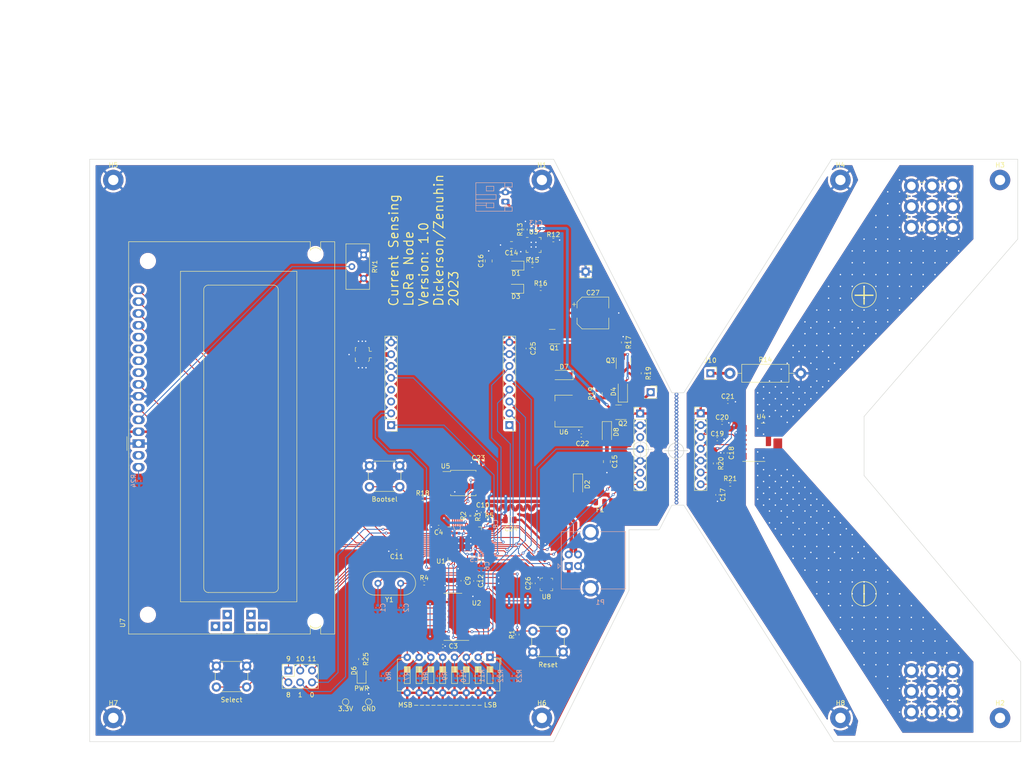
<source format=kicad_pcb>
(kicad_pcb (version 20211014) (generator pcbnew)
  (layers (0 "F.Cu" signal) (31 "B.Cu" signal) (34 "B.Paste" user) (35 "F.Paste" user) (36 "B.SilkS" user "B.Silkscreen") (37 "F.SilkS" user "F.Silkscreen") (38 "B.Mask" user) (39 "F.Mask" user) (44 "Edge.Cuts" user))
  (net 0 "")
  (net 1 "GND")
  (net 2 "Net-(C1-Pad2)")
  (net 3 "Net-(C2-Pad2)")
  (net 4 "+3.3V")
  (net 5 "1.1V")
  (net 6 "AVDD")
  (net 7 "VIN")
  (net 8 "VBAT")
  (net 9 "VUSB")
  (net 10 "VCHG")
  (net 11 "AOUT")
  (net 12 "VREF")
  (net 13 "Net-(D1-Pad1)")
  (net 14 "Net-(D2-Pad2)")
  (net 15 "Net-(D3-Pad1)")
  (net 16 "Net-(D4-Pad2)")
  (net 17 "Net-(D6-Pad2)")
  (net 18 "Net-(F1-Pad1)")
  (net 19 "POCI")
  (net 20 "BME_CS")
  (net 21 "PICO")
  (net 22 "RF-CS")
  (net 23 "RF-RESET")
  (net 24 "RF-D0")
  (net 25 "RF-ANT")
  (net 26 "RF-D1")
  (net 27 "RF-D2")
  (net 28 "RF-D5")
  (net 29 "Net-(D7-Pad2)")
  (net 30 "IP+")
  (net 31 "D1")
  (net 32 "D0")
  (net 33 "Net-(C13-Pad1)")
  (net 34 "Net-(C22-Pad1)")
  (net 35 "A1")
  (net 36 "A2")
  (net 37 "USB+")
  (net 38 "USB-")
  (net 39 "IP-")
  (net 40 "Net-(Q1-Pad1)")
  (net 41 "RESET")
  (net 42 "Net-(R2-Pad2)")
  (net 43 "Net-(R3-Pad2)")
  (net 44 "Net-(R4-Pad2)")
  (net 45 "Net-(R12-Pad1)")
  (net 46 "Net-(R13-Pad1)")
  (net 47 "Net-(R15-Pad2)")
  (net 48 "Net-(R16-Pad2)")
  (net 49 "Net-(R18-Pad1)")
  (net 50 "QSPICS")
  (net 51 "Net-(R24-Pad1)")
  (net 52 "Net-(RV1-Pad2)")
  (net 53 "SWDCK")
  (net 54 "SWDIO")
  (net 55 "A3")
  (net 56 "QSPI3")
  (net 57 "QSPICLK")
  (net 58 "QSPI0")
  (net 59 "QSPI2")
  (net 60 "QSPI1")
  (net 61 "TBAT")
  (net 66 "SCK")
  (net 67 "SW08")
  (net 68 "SW07")
  (net 69 "SW06")
  (net 70 "SW05")
  (net 71 "SW04")
  (net 72 "SW03")
  (net 73 "SW02")
  (net 74 "SW01")
  (net 75 "D8")
  (net 76 "LOAD")
  (net 77 "SW-CS")
  (net 78 "D9")
  (net 79 "LCD_D7")
  (net 80 "D14")
  (net 81 "LCDBL")
  (net 83 "LCD_D6")
  (net 84 "LCD_D5")
  (net 85 "LCD_D4")
  (net 86 "LCD_E")
  (net 87 "LCD_RS")
  (net 91 "D10")
  (net 92 "D11")
  (net 93 "Net-(J10-Pad1)")
  (footprint "Capacitor_SMD:CP_Elec_6.3x7.7" (layer "F.Cu") (at 183.25 108.425)
    (fp_text reference "C27")
    (fp_text value "22u")
  )
  (footprint "Package_TO_SOT_SMD:SOT-23" (layer "F.Cu") (at 189.811 118.712 90)
    (fp_text reference "Q3")
    (fp_text value "BSS123")
  )
  (footprint "Resistor_SMD:R_0805_2012Metric" (layer "F.Cu") (at 184.5 125.75 90)
    (fp_text reference "R19")
    (fp_text value "47")
  )
  (footprint "Connector_Coaxial:U.FL_Molex_MCRF_73412-0110_Vertical" (layer "F.Cu") (at 133.7 117.35 90)
    (fp_text reference "J2" hide)
    (fp_text value "Conn_Coaxial")
  )
  (footprint "Capacitor_SMD:C_0805_2012Metric" (layer "F.Cu") (at 165.4 152.875)
    (fp_text reference "C24")
    (fp_text value "10u")
  )
  (footprint "MountingHole:MountingHole_2.2mm_M2_Pad" (layer "F.Cu") (at 270.71 195.42)
    (fp_text reference "H2")
    (fp_text value "MountingHole")
  )
  (footprint "Button_Switch_THT:SW_PUSH_6mm" (layer "F.Cu") (at 176.85 181.25 180)
    (fp_text reference "SW1" hide)
    (fp_text value "Reset")
  )
  (footprint "Display:RC1602A" (layer "F.Cu") (at 85.6425 136.47 90)
    (fp_text reference "U7")
    (fp_text value "RC1602A")
  )
  (footprint "Resistor_SMD:R_0402_1005Metric" (layer "F.Cu") (at 212.75 145.25 180)
    (fp_text reference "R21")
    (fp_text value "4.7K")
  )
  (footprint "Package_SON:Infineon_PG-TISON-8-5" (layer "F.Cu") (at 219.4 136.2)
    (fp_text reference "U4")
    (fp_text value "TLI4971-A075T5")
  )
  (footprint "Capacitor_SMD:C_0402_1005Metric" (layer "F.Cu") (at 180.75 134.75 180)
    (fp_text reference "C22")
    (fp_text value "100n")
  )
  (footprint "MountingHole:MountingHole_2.2mm_M2_Pad" (layer "F.Cu") (at 236.42 79.85)
    (fp_text reference "H4")
    (fp_text value "MountingHole")
  )
  (footprint "LED_SMD:LED_0805_2012Metric" (layer "F.Cu") (at 166.697 103.218 180)
    (fp_text reference "D3")
    (fp_text value "LED")
  )
  (footprint "Capacitor_SMD:C_0402_1005Metric" (layer "F.Cu") (at 211.75 138.5 90)
    (fp_text reference "C18")
    (fp_text value "1n")
  )
  (footprint "Button_Switch_THT:SW_PUSH_6mm" (layer "F.Cu") (at 108.86 188.78 180)
    (fp_text reference "SW1" hide)
    (fp_text value "Select")
  )
  (footprint "Fuse:Fuse_0805_2012Metric" (layer "F.Cu") (at 184.8 149.05 180)
    (fp_text reference "F1")
    (fp_text value "6V 0.5A")
  )
  (footprint "Package_SO:SOIC-8_5.23x5.23mm_P1.27mm" (layer "F.Cu") (at 155.4 144.95)
    (fp_text reference "U5")
    (fp_text value "W25Q128JVS")
  )
  (footprint "Capacitor_SMD:C_0402_1005Metric" (layer "F.Cu") (at 170.5 166.5 90)
    (fp_text reference "C26")
    (fp_text value "100n")
  )
  (footprint "Capacitor_SMD:C_0402_1005Metric" (layer "F.Cu") (at 141.1 159.606 180)
    (fp_text reference "C11")
    (fp_text value "2.2u")
  )
  (footprint "Package_DFN_QFN:VQFN-16-1EP_3x3mm_P0.5mm_EP1.6x1.6mm" (layer "F.Cu") (at 170.5 93.8)
    (fp_text reference "U3")
    (fp_text value "BQ24072RGT")
  )
  (footprint "Resistor_THT:R_Axial_DIN0411_L9.9mm_D3.6mm_P15.24mm_Horizontal" (layer "F.Cu") (at 212.671 121.379)
    (fp_text reference "R14")
    (fp_text value "220")
  )
  (footprint "Connector_PinSocket_2.54mm:PinSocket_1x01_P2.54mm_Vertical" (layer "F.Cu") (at 181.683 99.535)
    (fp_text reference "J11" hide)
    (fp_text value "Charge" hide)
  )
  (footprint "MountingHole:MountingHole_2.2mm_M2_Pad" (layer "F.Cu") (at 236.42 195.42)
    (fp_text reference "H8")
    (fp_text value "MountingHole")
  )
  (footprint "Potentiometer_THT:Potentiometer_Bourns_3296Y_Vertical" (layer "F.Cu") (at 134 101 -90)
    (fp_text reference "RV1")
    (fp_text value "10k")
  )
  (footprint "Capacitor_SMD:C_0805_2012Metric" (layer "F.Cu") (at 165.75 93.82 180)
    (fp_text reference "C14")
    (fp_text value "10u")
  )
  (footprint "Capacitor_SMD:C_0402_1005Metric" (layer "F.Cu") (at 155.267 165.956 -90)
    (fp_text reference "C9")
    (fp_text value "100n")
  )
  (footprint "MountingHole:MountingHole_2.2mm_M2_Pad" (layer "F.Cu") (at 270.71 79.85)
    (fp_text reference "H3")
    (fp_text value "MountingHole")
  )
  (footprint "Diode_SMD:D_SOD-123" (layer "F.Cu") (at 186.25 134 -90)
    (fp_text reference "D8")
    (fp_text value "B220")
  )
  (footprint "Resistor_SMD:R_0402_1005Metric" (layer "F.Cu") (at 194.002 121.381 -90)
    (fp_text reference "R19")
    (fp_text value "47")
  )
  (footprint "Resistor_SMD:R_0402_1005Metric" (layer "F.Cu") (at 160.7 153)
    (fp_text reference "R5")
    (fp_text value "1k")
  )
  (footprint "Capacitor_SMD:C_0805_2012Metric" (layer "F.Cu") (at 160.855 97.25 90)
    (fp_text reference "C16")
    (fp_text value "10u")
  )
  (footprint "Package_DFN_QFN:QFN-56-1EP_7x7mm_P0.4mm_EP3.2x3.2mm" (layer "F.Cu") (at 155.7 158)
    (fp_text reference "U1")
    (fp_text value "RP2040")
  )
  (footprint "Resistor_SMD:R_0402_1005Metric" (layer "F.Cu") (at 157.4 152 -90)
    (fp_text reference "R3")
    (fp_text value "27")
  )
  (footprint "Resistor_SMD:R_0402_1005Metric" (layer "F.Cu") (at 133.296 182.776 -90)
    (fp_text reference "R25")
    (fp_text value "1K")
  )
  (footprint "Resistor_SMD:R_0402_1005Metric" (layer "F.Cu") (at 209.5 140.75 -90)
    (fp_text reference "R20")
    (fp_text value "4.7K")
  )
  (footprint "Resistor_SMD:R_0402_1005Metric" (layer "F.Cu") (at 189.75 114.75 -90)
    (fp_text reference "R17")
    (fp_text value "100k")
  )
  (footprint "LED_SMD:LED_0805_2012Metric" (layer "F.Cu") (at 166.75 98.25 180)
    (fp_text reference "D1")
    (fp_text value "LED")
  )
  (footprint "Resistor_SMD:R_0402_1005Metric" (layer "F.Cu") (at 170.25 98.25)
    (fp_text reference "R15")
    (fp_text value "470")
  )
  (footprint "TerminalBlock_Wuerth:Wuerth_REDCUBE-THR_WP-THRSH_74651195_THR" (layer "F.Cu") (at 256.105 189.705)
    (fp_text reference "J6" hide)
    (fp_text value "IP-")
  )
  (footprint "Resistor_SMD:R_0402_1005Metric" (layer "F.Cu") (at 156.4 152 -90)
    (fp_text reference "R2")
    (fp_text value "27")
  )
  (footprint "Package_TO_SOT_SMD:SOT-223-3_TabPin2" (layer "F.Cu") (at 177 129.5 180)
    (fp_text reference "U6")
    (fp_text value "AMS1117-3.3")
  )
  (footprint "Capacitor_SMD:C_0402_1005Metric" (layer "F.Cu") (at 211 132)
    (fp_text reference "C20")
    (fp_text value "6.8n")
  )
  (footprint "Connector_PinSocket_2.54mm:PinSocket_2x03_P2.54mm_Vertical" (layer "F.Cu") (at 117.825 185.225 90)
    (fp_text reference "J9" hide)
    (fp_text value "Conn_02x03_Odd_Even")
  )
  (footprint "Connector_PinHeader_2.54mm:PinHeader_1x07_P2.54mm_Vertical" (layer "F.Cu") (at 206.4 129.975)
    (fp_text reference "J7" hide)
    (fp_text value "Conn_01x07_Female")
  )
  (footprint "MountingHole:MountingHole_2.2mm_M2_Pad" (layer "F.Cu") (at 80.21 79.85)
    (fp_text reference "H5")
    (fp_text value "MountingHole")
  )
  (footprint "Capacitor_SMD:C_0402_1005Metric" (layer "F.Cu") (at 169.25 116.045 -90)
    (fp_text reference "C25")
    (fp_text value "100n")
  )
  (footprint "Diode_SMD:D_SOD-123" (layer "F.Cu") (at 176.75 121.75 180)
    (fp_text reference "D7")
    (fp_text value "B220")
  )
  (footprint "TestPoint:TestPoint_Pad_D1.0mm" (layer "F.Cu") (at 130.121 191.991 180)
    (fp_text reference "3.3V")
    (fp_text value "TestPoint_Pad_D1.0mm")
  )
  (footprint "Resistor_SMD:R_0402_1005Metric" (layer "F.Cu") (at 172.031 103.218)
    (fp_text reference "R16")
    (fp_text value "470")
  )
  (footprint "MountingHole:MountingHole_2.2mm_M2_Pad" (layer "F.Cu") (at 80.21 195.42)
    (fp_text reference "H7")
    (fp_text value "MountingHole")
  )
  (footprint "digikey-footprints:Pressure_Sensor_LGA-8_2.5x2.5mm_BME280" (layer "F.Cu") (at 173.25 166.75)
    (fp_text reference "U8")
    (fp_text value "BME280")
  )
  (footprint "Capacitor_SMD:C_0402_1005Metric" (layer "F.Cu") (at 212.23 127.5)
    (fp_text reference "C21")
    (fp_text value "220n")
  )
  (footprint "Resistor_SMD:R_0402_1005Metric" (layer "F.Cu") (at 168.75 90.5 90)
    (fp_text reference "R13")
    (fp_text value "1.13k")
  )
  (footprint "Capacitor_SMD:C_0402_1005Metric" (layer "F.Cu") (at 150.1 154.399 180)
    (fp_text reference "C4")
    (fp_text value "100n")
  )
  (footprint "LED_SMD:LED_0805_2012Metric" (layer "F.Cu") (at 133.55 186.276 90)
    (fp_text reference "D6")
    (fp_text value "PWR")
  )
  (footprint "Resistor_SMD:R_0402_1005Metric" (layer "F.Cu") (at 174.75 92.75)
    (fp_text reference "R12")
    (fp_text value "1.18k")
  )
  (footprint "Crystal:Crystal_HC49-U_Vertical" (layer "F.Cu") (at 141.95 166.5 180)
    (fp_text reference "Y1")
    (fp_text value "ABLS-12.000MHZ-B4-T")
  )
  (footprint "Package_TO_SOT_SMD:SOT-23" (layer "F.Cu") (at 188.75 129.75 180)
    (fp_text reference "Q2")
    (fp_text value "BSS84")
  )
  (footprint "Capacitor_SMD:C_0402_1005Metric" (layer "F.Cu") (at 158.7468 140.556 180)
    (fp_text reference "C23")
    (fp_text value "100n")
  )
  (footprint "Connector_PinSocket_2.54mm:PinSocket_1x01_P2.54mm_Vertical" (layer "F.Cu") (at 195.653 125.443)
    (fp_text reference "J11" hide)
    (fp_text value "Charge" hide)
  )
  (footprint "Capacitor_SMD:C_0402_1005Metric" (layer "F.Cu") (at 151 180)
    (fp_text reference "C3")
    (fp_text value "2.2u")
  )
  (footprint "Connector_PinHeader_2.54mm:PinHeader_1x08_P2.54mm_Vertical" (layer "F.Cu") (at 165.3 132.505 180)
    (fp_text reference "J1" hide)
    (fp_text value "Conn_01x08_Female")
  )
  (footprint "Diode_SMD:D_SOD-123" (layer "F.Cu") (at 180.05 145.25 -90)
    (fp_text reference "D2")
    (fp_text value "B220")
  )
  (footprint "Package_SO:SOIC-16_3.9x9.9mm_P1.27mm" (layer "F.Cu") (at 153.1625 173.7 180)
    (fp_text reference "U2")
    (fp_text value "74HC165")
  )
  (footprint "Resistor_SMD:R_0402_1005Metric" (layer "F.Cu") (at 147 166.5)
    (fp_text reference "R4")
    (fp_text value "1k")
  )
  (footprint "Button_Switch_THT:SW_DIP_SPSTx08_Slide_6.7x21.88mm_W7.62mm_P2.54mm_LowProfile" (layer "F.Cu") (at 161.1375 182.4 -90)
    (fp_text reference "SW2" hide)
    (fp_text value "SW_DIP_x08")
  )
  (footprint "Connector_PinHeader_2.54mm:PinHeader_1x08_P2.54mm_Vertical" (layer "F.Cu") (at 139.9 132.52 180)
    (fp_text reference "J3" hide)
    (fp_text value "Conn_01x08_Female")
  )
  (footprint "Resistor_SMD:R_0402_1005Metric" (layer "F.Cu") (at 167 177.5 90)
    (fp_text reference "R1")
    (fp_text value "10k")
  )
  (footprint "TestPoint:TestPoint_Pad_D1.0mm" (layer "F.Cu") (at 135.074 191.991 180)
    (fp_text reference "GND")
    (fp_text value "TestPoint_Pad_D1.0mm")
  )
  (footprint "Capacitor_SMD:C_0402_1005Metric" (layer "F.Cu") (at 159.6 151.25 90)
    (fp_text reference "C10")
    (fp_text value "100n")
  )
  (footprint "Connector_PinSocket_2.54mm:PinSocket_1x01_P2.54mm_Vertical" (layer "F.Cu") (at 208.48 121.379)
    (fp_text reference "J10")
    (fp_text value "Charge")
  )
  (footprint "Resistor_SMD:R_0402_1005Metric" (layer "F.Cu") (at 146.6625 148.3)
    (fp_text reference "R18")
    (fp_text value "1k")
  )
  (footprint "Capacitor_SMD:C_0402_1005Metric" (layer "F.Cu") (at 158 166 -90)
    (fp_text reference "C12")
    (fp_text value "100n")
  )
  (footprint "MountingHole:MountingHole_2.2mm_M2_Pad" (layer "F.Cu") (at 172.285 79.85)
    (fp_text reference "H1")
    (fp_text value "MountingHole")
  )
  (footprint "Capacitor_SMD:C_0402_1005Metric" (layer "F.Cu") (at 209.9532 135.5268)
    (fp_text reference "C19")
    (fp_text value "6.8n")
  )
  (footprint "Diode_SMD:D_SOD-123" (layer "F.Cu") (at 189.684 125.316 90)
    (fp_text reference "D4")
    (fp_text value "B220")
  )
  (footprint "Connector_PinHeader_2.54mm:PinHeader_1x07_P2.54mm_Vertical" (layer "F.Cu") (at 193.4 130.025)
    (fp_text reference "J8" hide)
    (fp_text value "Conn_01x07_Female")
  )
  (footprint "Capacitor_SMD:C_0805_2012Metric" (layer "F.Cu") (at 186.25 140.35 -90)
    (fp_text reference "C15")
    (fp_text value "4.7u")
  )
  (footprint "Button_Switch_THT:SW_PUSH_6mm" (layer "F.Cu") (at 135.25 141.25)
    (fp_text reference "SW3" hide)
    (fp_text value "Bootsel")
  )
  (footprint "MountingHole:MountingHole_2.2mm_M2_Pad" (layer "F.Cu") (at 172.285 195.42)
    (fp_text reference "H6")
    (fp_text value "MountingHole")
  )
  (footprint "Package_TO_SOT_SMD:SOT-23" (layer "F.Cu") (at 174.5 113.5 180)
    (fp_text reference "Q1")
    (fp_text value "BSS84")
  )
  (footprint "TerminalBlock_Wuerth:Wuerth_REDCUBE-THR_WP-THRSH_74651195_THR" (layer "F.Cu") (at 256.105 85.565 180)
    (fp_text reference "J5" hide)
    (fp_text value "IP+")
  )
  (footprint "Capacitor_SMD:C_0402_1005Metric" (layer "F.Cu") (at 210 147.5 -90)
    (fp_text reference "C17")
    (fp_text value "1n")
  )
  (footprint "Resistor_SMD:R_0402_1005Metric" (layer "B.Cu") (at 158.2625 186.4 90)
    (fp_text reference "R11")
    (fp_text value "10k")
  )
  (footprint "Capacitor_SMD:C_0402_1005Metric" (layer "B.Cu") (at 157.75 160.25)
    (fp_text reference "C5")
    (fp_text value "1u")
  )
  (footprint "Resistor_SMD:R_0402_1005Metric" (layer "B.Cu") (at 142.1625 186.4 90)
    (fp_text reference "R7")
    (fp_text value "10k")
  )
  (footprint "Connector_USB:USB_B_OST_USB-B1HSxx_Horizontal" (layer "B.Cu") (at 178.05 162.8)
    (fp_text reference "P1")
    (fp_text value "USB_C_Plug_USB2.0")
  )
  (footprint "Resistor_SMD:R_0402_1005Metric" (layer "B.Cu") (at 138.1625 186.4 90)
    (fp_text reference "R6")
    (fp_text value "10k")
  )
  (footprint "Capacitor_SMD:C_0402_1005Metric" (layer "B.Cu") (at 137 171.73 90)
    (fp_text reference "C1")
    (fp_text value "27p")
  )
  (footprint "Resistor_SMD:R_0402_1005Metric" (layer "B.Cu") (at 146.1625 186.4 90)
    (fp_text reference "R8")
    (fp_text value "10k")
  )
  (footprint "Capacitor_SMD:C_0402_1005Metric" (layer "B.Cu") (at 154 155.75 180)
    (fp_text reference "C7")
    (fp_text value "100n")
  )
  (footprint "Capacitor_SMD:C_0402_1005Metric" (layer "B.Cu") (at 171 90.25 180)
    (fp_text reference "C13")
    (fp_text value "1u")
  )
  (footprint "Resistor_SMD:R_0402_1005Metric" (layer "B.Cu") (at 166.2625 186.4 90)
    (fp_text reference "R23")
    (fp_text value "10k")
  )
  (footprint "Capacitor_SMD:C_0402_1005Metric" (layer "B.Cu") (at 159.25 162.75 -90)
    (fp_text reference "C6")
    (fp_text value "100n")
  )
  (footprint "Capacitor_SMD:C_0402_1005Metric" (layer "B.Cu") (at 142 171.73 90)
    (fp_text reference "C2")
    (fp_text value "27p")
  )
  (footprint "Capacitor_SMD:C_0402_1005Metric" (layer "B.Cu") (at 161.2 153.75 90)
    (fp_text reference "C8")
    (fp_text value "2.2u")
  )
  (footprint "Resistor_SMD:R_0402_1005Metric" (layer "B.Cu") (at 154.2625 186.4 90)
    (fp_text reference "R10")
    (fp_text value "10k")
  )
  (footprint "Connector_JST:JST_PH_S2B-PH-K_1x02_P2.00mm_Horizontal" (layer "B.Cu") (at 164.45 84.5 90)
    (fp_text reference "J4" hide)
    (fp_text value "Conn_01x02_Male")
  )
  (footprint "Resistor_SMD:R_0402_1005Metric" (layer "B.Cu") (at 85.75 144.5 -90)
    (fp_text reference "R24")
    (fp_text value "470")
  )
  (footprint "Resistor_SMD:R_0402_1005Metric" (layer "B.Cu") (at 162.2625 186.4 90)
    (fp_text reference "R22")
    (fp_text value "10k")
  )
  (footprint "Resistor_SMD:R_0402_1005Metric" (layer "B.Cu") (at 150.2625 186.4 90)
    (fp_text reference "R9")
    (fp_text value "10k")
  )
  (gr_line (start 239.595 104.615) (end 243.405 104.615) (layer "F.SilkS") (width 0.3))
  (gr_line (start 241.5 166.845) (end 241.5 170.655) (layer "F.SilkS") (width 0.3))
  (gr_line (start 241.5 106.52) (end 241.5 102.71) (layer "F.SilkS") (width 0.3))
  (gr_circle (center 241.5 104.615) (end 238.96 103.98) (layer "F.SilkS") (width 0.15) (fill none))
  (gr_circle (center 241.5 168.75) (end 238.96 168.115) (layer "F.SilkS") (width 0.15) (fill none))
  (gr_line (start 200.225 125.57) (end 174.825 75.405) (layer "Edge.Cuts") (width 0.1))
  (gr_line (start 75.13 200.5) (end 174.825 200.5) (layer "Edge.Cuts") (width 0.1))
  (gr_line (start 200.225 149.7) (end 202.765 149.7) (layer "Edge.Cuts") (width 0.1))
  (gr_line (start 234.515 75.405) (end 274.52 75.405) (layer "Edge.Cuts") (width 0.1))
  (gr_line (start 202.765 125.57) (end 200.225 125.57) (layer "Edge.Cuts") (width 0.1))
  (gr_line (start 275.155 183.355) (end 275.155 200.5) (layer "Edge.Cuts") (width 0.1))
  (gr_line (start 197.5 155) (end 200.225 149.7) (layer "Edge.Cuts") (width 0.1))
  (gr_line (start 274.52 75.405) (end 274.52 92.55) (layer "Edge.Cuts") (width 0.1))
  (gr_line (start 174.825 200.5) (end 191 168) (layer "Edge.Cuts") (width 0.1))
  (gr_line (start 241.5 143.35) (end 275.155 183.355) (layer "Edge.Cuts") (width 0.1))
  (gr_line (start 275.155 200.5) (end 235 200.5) (layer "Edge.Cuts") (width 0.1))
  (gr_line (start 197.5 155) (end 191 155) (layer "Edge.Cuts") (width 0.1))
  (gr_line (start 191 168) (end 191 155) (layer "Edge.Cuts") (width 0.1))
  (gr_line (start 202.765 125.57) (end 234.515 75.405) (layer "Edge.Cuts") (width 0.1))
  (gr_line (start 241.5 130.65) (end 241.5 143.35) (layer "Edge.Cuts") (width 0.1))
  (gr_line (start 174.825 75.405) (end 75.13 75.405) (layer "Edge.Cuts") (width 0.1))
  (gr_line (start 274.52 92.55) (end 241.5 130.65) (layer "Edge.Cuts") (width 0.1))
  (gr_line (start 75.13 75.405) (end 75.13 200.5) (layer "Edge.Cuts") (width 0.1))
  (gr_line (start 235 200.5) (end 202.765 149.7) (layer "Edge.Cuts") (width 0.1))
  (gr_text "0" (at 122.905 190.46) (layer "F.SilkS") (effects (font (size 1 1))))
  (gr_text "10\n" (at 120.365 182.72) (layer "F.SilkS") (effects (font (size 1 1))))
  (gr_text "MSB" (at 142.948 192.626) (layer "F.SilkS") (effects (font (size 1 1))))
  (gr_text "1" (at 120.365 190.46) (layer "F.SilkS") (effects (font (size 1 1))))
  (gr_text "LSB\n" (at 161.236 192.626) (layer "F.SilkS") (effects (font (size 1 1))))
  (gr_text "9\n" (at 117.825 182.72) (layer "F.SilkS") (effects (font (size 1 1))))
  (gr_text "11" (at 122.905 182.72) (layer "F.SilkS") (effects (font (size 1 1))))
  (gr_text "Current Sensing\nLoRa Node\nVersion: 1.0\nDickerson/Zenuhin \n2023" (at 146.885 107.155 90) (layer "F.SilkS") (effects (font (size 2 2) (thickness 0.25)) (justify left)))
  (gr_text "------------\n" (at 152.092 192.626) (layer "F.SilkS") (effects (font (size 1 1))))
  (gr_text "8\n" (at 117.825 190.46) (layer "F.SilkS") (effects (font (size 1 1))))
  (target plus (at 201.114 138.016) (size 5) (width 0.1) (layer "Edge.Cuts"))
  (target plus (at 193.5 137.75) (size 5) (width 0.1) (layer "Edge.Cuts"))
  (target plus (at 201.114 138.016) (size 5) (width 0.1) (layer "Edge.Cuts"))
  (via (at 201.2 140.9) (size 0.8) (drill 0.4) (layers "F.Cu" "B.Cu") (net 0))
  (via (at 201.2 142.4) (size 0.8) (drill 0.4) (layers "F.Cu" "B.Cu") (net 0))
  (via (at 201.2 141.65) (size 0.8) (drill 0.4) (layers "F.Cu" "B.Cu") (net 0))
  (via (at 201.2 132.65) (size 0.8) (drill 0.4) (layers "F.Cu" "B.Cu") (net 0))
  (via (at 201.2 143.15) (size 0.8) (drill 0.4) (layers "F.Cu" "B.Cu") (net 0))
  (via (at 201.2 146.9) (size 0.8) (drill 0.4) (layers "F.Cu" "B.Cu") (net 0))
  (via (at 201.2 147.65) (size 0.8) (drill 0.4) (layers "F.Cu" "B.Cu") (net 0))
  (via (at 201.2 139.4) (size 0.8) (drill 0.4) (layers "F.Cu" "B.Cu") (net 0))
  (via (at 201.2 128.15) (size 0.8) (drill 0.4) (layers "F.Cu" "B.Cu") (net 0))
  (via (at 201.2 136.4) (size 0.8) (drill 0.4) (layers "F.Cu" "B.Cu") (net 0))
  (via (at 201.2 143.9) (size 0.8) (drill 0.4) (layers "F.Cu" "B.Cu") (net 0))
  (via (at 201.2 131.15) (size 0.8) (drill 0.4) (layers "F.Cu" "B.Cu") (net 0))
  (via (at 201.2 131.9) (size 0.8) (drill 0.4) (layers "F.Cu" "B.Cu") (net 0))
  (via (at 201.2 137.15) (size 0.8) (drill 0.4) (layers "F.Cu" "B.Cu") (net 0))
  (via (at 201.2 148.4) (size 0.8) (drill 0.4) (layers "F.Cu" "B.Cu") (net 0))
  (via (at 201.2 138.65) (size 0.8) (drill 0.4) (layers "F.Cu" "B.Cu") (net 0))
  (via (at 201.2 130.4) (size 0.8) (drill 0.4) (layers "F.Cu" "B.Cu") (net 0))
  (via (at 201.2 126.65) (size 0.8) (drill 0.4) (layers "F.Cu" "B.Cu") (net 0))
  (via (at 201.2 127.4) (size 0.8) (drill 0.4) (layers "F.Cu" "B.Cu") (net 0))
  (via (at 201.2 146.15) (size 0.8) (drill 0.4) (layers "F.Cu" "B.Cu") (net 0))
  (via (at 201.2 134.9) (size 0.8) (drill 0.4) (layers "F.Cu" "B.Cu") (net 0))
  (via (at 201.2 135.65) (size 0.8) (drill 0.4) (layers "F.Cu" "B.Cu") (net 0))
  (via (at 201.2 140.15) (size 0.8) (drill 0.4) (layers "F.Cu" "B.Cu") (net 0))
  (via (at 201.2 133.4) (size 0.8) (drill 0.4) (layers "F.Cu" "B.Cu") (net 0))
  (via (at 201.2 128.9) (size 0.8) (drill 0.4) (layers "F.Cu" "B.Cu") (net 0))
  (via (at 201.2 137.9) (size 0.8) (drill 0.4) (layers "F.Cu" "B.Cu") (net 0))
  (via (at 201.2 134.15) (size 0.8) (drill 0.4) (layers "F.Cu" "B.Cu") (net 0))
  (via (at 201.2 129.65) (size 0.8) (drill 0.4) (layers "F.Cu" "B.Cu") (net 0))
  (via (at 201.2 125.9) (size 0.8) (drill 0.4) (layers "F.Cu" "B.Cu") (net 0))
  (via (at 201.2 144.65) (size 0.8) (drill 0.4) (layers "F.Cu" "B.Cu") (net 0))
  (via (at 201.2 149.15) (size 0.8) (drill 0.4) (layers "F.Cu" "B.Cu") (net 0))
  (via (at 201.2 145.4) (size 0.8) (drill 0.4) (layers "F.Cu" "B.Cu") (net 0))
  (segment (start 154 167) (end 151.5 167) (width 0.2) (layer "F.Cu") (net 1))
  (segment (start 134.4136 114.4956) (end 134.4136 115.1614) (width 0.6) (layer "F.Cu") (net 1))
  (segment (start 186.25 142.71) (end 186.255 142.715) (width 0.2) (layer "F.Cu") (net 1))
  (segment (start 210 147.98) (end 210 148.8872) (width 0.2) (layer "F.Cu") (net 1))
  (segment (start 155.6375 169.255) (end 157.4175 169.255) (width 0.2) (layer "F.Cu") (net 1))
  (segment (start 211.75 138.02) (end 211.1684 138.02) (width 0.2) (layer "F.Cu") (net 1))
  (segment (start 132.9 119.625) (end 133.7 118.825) (width 0.6) (layer "F.Cu") (net 1))
  (segment (start 133.7024 120.1852) (end 133.7024 118.8274) (width 0.6) (layer "F.Cu") (net 1))
  (segment (start 157.4175 169.255) (end 157.4625 169.3) (width 0.2) (layer "F.Cu") (net 1))
  (segment (start 171.975 165.725) (end 171.5 165.25) (width 0.2) (layer "F.Cu") (net 1))
  (segment (start 132.8896 115.0646) (end 133.7 115.875) (width 0.6) (layer "F.Cu") (net 1))
  (segment (start 134.5 120.1852) (end 134.5 119.625) (width 0.6) (layer "F.Cu") (net 1))
  (segment (start 135.074 188.9915) (end 135.074 191.991) (width 0.6) (layer "F.Cu") (net 1))
  (segment (start 154.4 159.3) (end 154.7 159.6) (width 0.2) (layer "F.Cu") (net 1))
  (segment (start 133.7024 115.8726) (end 133.7 115.875) (width 0.6) (layer "F.Cu") (net 1))
  (segment (start 167.875 152.875) (end 166.35 152.875) (width 0.5) (layer "F.Cu") (net 1))
  (segment (start 168.45 94.55) (end 167.75 95.25) (width 0.2) (layer "F.Cu") (net 1))
  (segment (start 169.25 116.525) (end 168.51 117.265) (width 0.6) (layer "F.Cu") (net 1))
  (segment (start 158.515 150.77) (end 158.315 150.97) (width 0.2) (layer "F.Cu") (net 1))
  (segment (start 164.8 93.82) (end 163.395 93.82) (width 0.6) (layer "F.Cu") (net 1))
  (segment (start 130.8576 117.35) (end 132.2 117.35) (width 0.6) (layer "F.Cu") (net 1))
  (segment (start 158.02 166.5) (end 159.5 166.5) (width 0.2) (layer "F.Cu") (net 1))
  (segment (start 172.925 166.604) (end 172.275 165.954) (width 0.2) (layer "F.Cu") (net 1))
  (segment (start 159.5 165.25) (end 163 165.25) (width 0.2) (layer "F.Cu") (net 1))
  (segment (start 158 166.48) (end 158.02 166.5) (width 0.2) (layer "F.Cu") (net 1))
  (segment (start 214.0172 134.1552) (end 214.576 134.714) (width 0.2) (layer "F.Cu") (net 1))
  (segment (start 170.2 95.2375) (end 170.2 96.05) (width 0.2) (layer "F.Cu") (net 1))
  (segment (start 132.9 120.1852) (end 132.9 119.625) (width 0.6) (layer "F.Cu") (net 1))
  (segment (start 186.25 141.3) (end 186.25 142.71) (width 0.6) (layer "F.Cu") (net 1))
  (segment (start 170.2 96.05) (end 169.75 96.5) (width 0.2) (layer "F.Cu") (net 1))
  (segment (start 170.7 89.575) (end 170.7 92.3625) (width 0.2) (layer "F.Cu") (net 1))
  (segment (start 170.5 89.375) (end 170.7 89.575) (width 0.2) (layer "F.Cu") (net 1))
  (segment (start 211.48 132) (end 212.4208 132) (width 0.2) (layer "F.Cu") (net 1))
  (segment (start 180.2352 133.5964) (end 180.25 133.6112) (width 0.5) (layer "F.Cu") (net 1))
  (segment (start 171.27 165.25) (end 170.5 166.02) (width 0.2) (layer "F.Cu") (net 1))
  (segment (start 159.6 150.77) (end 158.515 150.77) (width 0.2) (layer "F.Cu") (net 1))
  (segment (start 154.52 166.48) (end 154 167) (width 0.2) (layer "F.Cu") (net 1))
  (segment (start 172.925 167.774999) (end 172.925 166.604) (width 0.2) (layer "F.Cu") (net 1))
  (segment (start 213.8648 127.5) (end 212.71 127.5) (width 0.2) (layer "F.Cu") (net 1))
  (segment (start 180.25 134.73) (end 180.27 134.75) (width 0.2) (layer "F.Cu") (net 1))
  (segment (start 171.2 96.2) (end 171.5 96.5) (width 0.2) (layer "F.Cu") (net 1))
  (segment (start 214.6408 134.7) (end 215.6 134.7) (width 0.2) (layer "F.Cu") (net 1))
  (segment (start 132.8896 114.4956) (end 132.8896 115.0646) (width 0.6) (layer "F.Cu") (net 1))
  (segment (start 154.7 161.4375) (end 154.7 162.95) (width 0.2) (layer "F.Cu") (net 1))
  (segment (start 160.855 96.3) (end 160.855 95.09) (width 0.6) (layer "F.Cu") (net 1))
  (segment (start 140.62 159.606) (end 139.392 159.606) (width 0.2) (layer "F.Cu") (net 1))
  (segment (start 214.6268 134.714) (end 214.6408 134.7) (width 0.2) (layer "F.Cu") (net 1))
  (segment (start 180.2352 133.5964) (end 180.2352 131.8852) (width 0.5) (layer "F.Cu") (net 1))
  (segment (start 210.4332 135.5268) (end 211.4264 135.5268) (width 0.2) (layer "F.Cu") (net 1))
  (segment (start 154.7 159.6) (end 154.7 161.4375) (width 0.2) (layer "F.Cu") (net 1))
  (segment (start 211.1684 138.02) (end 210.7152 138.4732) (width 0.2) (layer "F.Cu") (net 1))
  (segment (start 155.25 166.48) (end 154.52 166.48) (width 0.2) (layer "F.Cu") (net 1))
  (segment (start 151.8 146.855) (end 153.565 146.855) (width 0.6) (layer "F.Cu") (net 1))
  (segment (start 173 158) (end 167.875 152.875) (width 0.5) (layer "F.Cu") (net 1))
  (segment (start 172.275 165.954) (end 172.275 165.725) (width 0.2) (layer "F.Cu") (net 1))
  (segment (start 171.5 165.25) (end 171.27 165.25) (width 0.2) (layer "F.Cu") (net 1))
  (segment (start 134.4136 115.1614) (end 133.7 115.875) (width 0.6) (layer "F.Cu") (net 1))
  (segment (start 154.7 162.95) (end 154.3 163.35) (width 0.2) (layer "F.Cu") (net 1))
  (segment (start 171.2 95.2375) (end 171.2 96.2) (width 0.2) (layer "F.Cu") (net 1))
  (segment (start 133.7024 114.4956) (end 133.7024 115.8726) (width 0.6) (layer "F.Cu") (net 1))
  (segment (start 168.51 117.265) (end 165.3 117.265) (width 0.6) (layer "F.Cu") (net 1))
  (segment (start 159.5 166.5) (end 163 166.5) (width 0.2) (layer "F.Cu") (net 1))
  (segment (start 180.25 133.6112) (end 180.25 134.73) (width 0.5) (layer "F.Cu") (net 1))
  (segment (start 170.7 92.3625) (end 170.2 92.3625) (width 0.2) (layer "F.Cu") (net 1))
  (segment (start 134.5 119.625) (end 133.7 118.825) (width 0.6) (layer "F.Cu") (net 1))
  (segment (start 212.4208 132) (end 212.4424 132.0216) (width 0.2) (layer "F.Cu") (net 1))
  (segment (start 189.75 113.505) (end 189.75 114.24) (width 0.2) (layer "F.Cu") (net 1))
  (segment (start 175.26 92.75) (end 176.095 92.75) (width 0.2) (layer "F.Cu") (net 1))
  (segment (start 168.75 89.99) (end 168.75 88.74) (width 0.2) (layer "F.Cu") (net 1))
  (segment (start 172.275 165.725) (end 171.975 165.725) (width 0.2) (layer "F.Cu") (net 1))
  (segment (start 214.576 134.714) (end 214.6268 134.714) (width 0.2) (layer "F.Cu") (net 1))
  (segment (start 133.7024 118.8274) (end 133.7 118.825) (width 0.6) (layer "F.Cu") (net 1))
  (segment (start 149.62 154.399) (end 148.536 154.399) (width 0.2) (layer "F.Cu") (net 1))
  (segment (start 153.565 146.855) (end 153.5652 146.8552) (width 0.2) (layer "F.Cu") (net 1))
  (segment (start 158.2668 140.556) (end 157.1212 140.556) (width 0.6) (layer "F.Cu") (net 1))
  (segment (start 158 166.48) (end 155.25 166.48) (width 0.2) (layer "F.Cu") (net 1))
  (segment (start 133.296 187.2135) (end 135.074 188.9915) (width 0.6) (layer "F.Cu") (net 1))
  (segment (start 185.95 108.425) (end 188.795 108.425) (width 0.6) (layer "F.Cu") (net 1))
  (segment (start 180.2352 131.8852) (end 180.15 131.8) (width 0.5) (layer "F.Cu") (net 1))
  (segment (start 169.0625 94.55) (end 168.45 94.55) (width 0.2) (layer "F.Cu") (net 1))
  (via (at 135.074 190.2384) (size 0.6) (drill 0.3) (layers "F.Cu" "B.Cu") (net 1))
  (via (at 154.4 157.9) (size 0.6) (drill 0.3) (layers "F.Cu" "B.Cu") (net 1))
  (via (at 159.5 166.5) (size 0.6) (drill 0.3) (layers "F.Cu" "B.Cu") (net 1))
  (via (at 157 156.7) (size 0.6) (drill 0.3) (layers "F.Cu" "B.Cu") (net 1))
  (via (at 154.3 163.35) (size 0.6) (drill 0.3) (layers "F.Cu" "B.Cu") (net 1))
  (via (at 212.4424 132.0216) (size 0.6) (drill 0.3) (layers "F.Cu" "B.Cu") (net 1))
  (via (at 180.2352 133.5964) (size 0.6) (drill 0.3) (layers "F.Cu" "B.Cu") (net 1))
  (via (at 213.8648 127.5) (size 0.6) (drill 0.3) (layers "F.Cu" "B.Cu") (net 1))
  (via (at 170 94.25) (size 0.6) (drill 0.3) (layers "F.Cu" "B.Cu") (net 1))
  (via (at 170 93.25) (size 0.6) (drill 0.3) (layers "F.Cu" "B.Cu") (net 1))
  (via (at 169.75 96.5) (size 0.6) (drill 0.3) (layers "F.Cu" "B.Cu") (net 1))
  (via (at 158.315 150.97) (size 0.6) (drill 0.3) (layers "F.Cu" "B.Cu") (net 1))
  (via (at 134.5 120.1852) (size 0.6) (drill 0.3) (layers "F.Cu" "B.Cu") (net 1))
  (via (at 151.5 167) (size 0.6) (drill 0.3) (layers "F.Cu" "B.Cu") (net 1))
  (via (at 186.255 142.715) (size 0.6) (drill 0.3) (layers "F.Cu" "B.Cu") (net 1))
  (via (at 171.5 96.5) (size 0.6) (drill 0.3) (layers "F.Cu" "B.Cu") (net 1))
  (via (at 133.7024 120.1852) (size 0.6) (drill 0.3) (layers "F.Cu" "B.Cu") (net 1))
  (via (at 154 167) (size 0.6) (drill 0.3) (layers "F.Cu" "B.Cu") (net 1))
  (via (at 154.4 159.3) (size 0.6) (drill 0.3) (layers "F.Cu" "B.Cu") (net 1))
  (via (at 210.7152 138.4732) (size 0.6) (drill 0.3) (layers "F.Cu" "B.Cu") (net 1))
  (via (at 159.5 165.25) (size 0.6) (drill 0.3) (layers "F.Cu" "B.Cu") (net 1))
  (via (at 168.75 88.74) (size 0.6) (drill 0.3) (layers "F.Cu" "B.Cu") (net 1))
  (via (at 157.1212 140.556) (size 0.6) (drill 0.3) (layers "F.Cu" "B.Cu") (net 1))
  (via (at 133.7024 114.4956) (size 0.6) (drill 0.3) (layers "F.Cu" "B.Cu") (net 1))
  (via (at 163 165.25) (size 0.6) (drill 0.3) (layers "F.Cu" "B.Cu") (net 1))
  (via (at 173 158) (size 0.6) (drill 0.3) (layers "F.Cu" "B.Cu") (net 1))
  (via (at 171 94.25) (size 0.6) (drill 0.3) (layers "F.Cu" "B.Cu") (net 1))
  (via (at 214.0172 134.1552) (size 0.6) (drill 0.3) (layers "F.Cu" "B.Cu") (net 1))
  (via (at 135.074 188.9684) (size 0.6) (drill 0.3) (layers "F.Cu" "B.Cu") (net 1))
  (via (at 160.855 95.09) (size 0.6) (drill 0.3) (layers "F.Cu" "B.Cu") (net 1))
  (via (at 210 148.8872) (size 0.6) (drill 0.3) (layers "F.Cu" "B.Cu") (net 1))
  (via (at 139.392 159.606) (size 0.6) (drill 0.3) (layers "F.Cu" "B.Cu") (net 1))
  (via (at 155.7 159.3) (size 0.6) (drill 0.3) (layers "F.Cu" "B.Cu") (net 1))
  (via (at 171 93.25) (size 0.6) (drill 0.3) (layers "F.Cu" "B.Cu") (net 1))
  (via (at 155.7 157.9) (size 0.6) (drill 0.3) (layers "F.Cu" "B.Cu") (net 1))
  (via (at 170.5 89.375) (size 0.6) (drill 0.3) (layers "F.Cu" "B.Cu") (net 1))
  (via (at 155.7 156.7) (size 0.6) (drill 0.3) (layers "F.Cu" "B.Cu") (net 1))
  (via (at 188.795 108.425) (size 0.6) (drill 0.3) (layers "F.Cu" "B.Cu") (net 1))
  (via (at 211.4264 135.5268) (size 0.6) (drill 0.3) (layers "F.Cu" "B.Cu") (net 1))
  (via (at 132.9 120.1852) (size 0.6) (drill 0.3) (layers "F.Cu" "B.Cu") (net 1))
  (via (at 157 159.3) (size 0.6) (drill 0.3) (layers "F.Cu" "B.Cu") (net 1))
  (via (at 163 166.5) (size 0.6) (drill 0.3) (layers "F.Cu" "B.Cu") (net 1))
  (via (at 171.5 165.25) (size 0.6) (drill 0.3) (layers "F.Cu" "B.Cu") (net 1))
  (via (at 130.8576 117.35) (size 0.6) (drill 0.3) (layers "F.Cu" "B.Cu") (net 1))
  (via (at 163.395 93.82) (size 0.6) (drill 0.3) (layers "F.Cu" "B.Cu") (net 1))
  (via (at 153.5652 146.8552) (size 0.6) (drill 0.3) (layers "F.Cu" "B.Cu") (net 1))
  (via (at 176.095 92.75) (size 0.6) (drill 0.3) (layers "F.Cu" "B.Cu") (net 1))
  (via (at 148.536 154.399) (size 0.6) (drill 0.3) (layers "F.Cu" "B.Cu") (net 1))
  (via (at 132.8896 114.4956) (size 0.6) (drill 0.3) (layers "F.Cu" "B.Cu") (net 1))
  (via (at 154.4 156.7) (size 0.6) (drill 0.3) (layers "F.Cu" "B.Cu") (net 1))
  (via (at 134.4136 114.4956) (size 0.6) (drill 0.3) (layers "F.Cu" "B.Cu") (net 1))
  (via (at 157.4625 169.3) (size 0.6) (drill 0.3) (layers "F.Cu" "B.Cu") (net 1))
  (via (at 167.75 95.25) (size 0.6) (drill 0.3) (layers "F.Cu" "B.Cu") (net 1))
  (via (at 157 158) (size 0.6) (drill 0.3) (layers "F.Cu" "B.Cu") (net 1))
  (via (at 151.5 180) (size 0.6) (drill 0.3) (layers "F.Cu" "B.Cu") (net 1))
  (via (at 189.75 113.505) (size 0.6) (drill 0.3) (layers "F.Cu" "B.Cu") (net 1))
  (segment (start 159.48 166.48) (end 159.5 166.5) (width 0.2) (layer "B.Cu") (net 1))
  (segment (start 155.1 163.4) (end 154.25 164.25) (width 0.2) (layer "F.Cu") (net 2))
  (segment (start 139.32 164.25) (end 137.07 166.5) (width 0.2) (layer "F.Cu") (net 2))
  (segment (start 155.1 161.4375) (end 155.1 163.4) (width 0.2) (layer "F.Cu") (net 2))
  (segment (start 154.25 164.25) (end 139.32 164.25) (width 0.2) (layer "F.Cu") (net 2))
  (segment (start 137.07 171.18) (end 137.07 166.5) (width 0.2) (layer "B.Cu") (net 2))
  (segment (start 137 171.25) (end 137.07 171.18) (width 0.2) (layer "B.Cu") (net 2))
  (segment (start 146.49 166.5) (end 141.95 166.5) (width 0.2) (layer "F.Cu") (net 3))
  (segment (start 141.95 171.2) (end 141.95 166.5) (width 0.2) (layer "B.Cu") (net 3))
  (segment (start 142 171.25) (end 141.95 171.2) (width 0.2) (layer "B.Cu") (net 3))
  (segment (start 152.2625 159) (end 142.186 159) (width 0.2) (layer "F.Cu") (net 4))
  (segment (start 212.59 129.975) (end 206.4 129.975) (width 0.6) (layer "F.Cu") (net 4))
  (segment (start 164.0265 151.5288) (end 164.538 152.0403) (width 0.56) (layer "F.Cu") (net 4))
  (segment (start 164.284 152.875) (end 161.759 155.4) (width 0.2) (layer "F.Cu") (net 4))
  (segment (start 155.85 153.3) (end 156.3 153.75) (width 0.2) (layer "F.Cu") (net 4))
  (segment (start 159.033263 153) (end 157.9 154.133263) (width 0.2) (layer "F.Cu") (net 4))
  (segment (start 148.6375 170.525) (end 148.2625 170.9) (width 0.2) (layer "F.Cu") (net 4))
  (segment (start 170.5 167.75) (end 170.524999 167.774999) (width 0.2) (layer "F.Cu") (net 4))
  (segment (start 152.2625 155.4) (end 152.966 155.4) (width 0.2) (layer "F.Cu") (net 4))
  (segment (start 155.27 165.5) (end 155.9 164.87) (width 0.2) (layer "F.Cu") (net 4))
  (segment (start 215.3104 132.5804) (end 215.93 133.2) (width 0.6) (layer "F.Cu") (net 4))
  (segment (start 153.1588 155.5928) (end 153.1588 158.59) (width 0.2) (layer "F.Cu") (net 4))
  (segment (start 150.58 154.399) (end 151.581 155.4) (width 0.2) (layer "F.Cu") (net 4))
  (segment (start 155.9 164.87) (end 155.9 161.4375) (width 0.2) (layer "F.Cu") (net 4))
  (segment (start 157.9 154.5625) (end 157.9 154.991737) (width 0.2) (layer "F.Cu") (net 4))
  (segment (start 213.56 132.5804) (end 215.3104 132.5804) (width 0.6) (layer "F.Cu") (net 4))
  (segment (start 172.4625 168.4625) (end 173.4625 168.4625) (width 0.2) (layer "F.Cu") (net 4))
  (segment (start 150.6875 170.525) (end 148.6375 170.525) (width 0.2) (layer "F.Cu") (net 4))
  (segment (start 213.56 130.945) (end 212.59 129.975) (width 0.6) (layer "F.Cu") (net 4))
  (segment (start 215.93 133.2) (end 215.88 133.25) (width 0.2) (layer "F.Cu") (net 4))
  (segment (start 172.275 168.275) (end 172.4625 168.4625) (width 0.2) (layer "F.Cu") (net 4))
  (segment (start 152.7488 159) (end 152.2625 159) (width 0.2) (layer "F.Cu") (net 4))
  (segment (start 148.5075 178.145) (end 148.2625 177.9) (width 0.2) (layer "F.Cu") (net 4))
  (segment (start 158.308263 158.672937) (end 158.308263 155.4) (width 0.2) (layer "F.Cu") (net 4))
  (segment (start 157.934 159.0472) (end 157.9812 159) (width 0.2) (layer "F.Cu") (net 4))
  (segment (start 152.966 155.4) (end 153.1588 155.5928) (width 0.2) (layer "F.Cu") (net 4))
  (segment (start 157.9 154.991737) (end 158.308263 155.4) (width 0.2) (layer "F.Cu") (net 4))
  (segment (start 142.186 159) (end 141.58 159.606) (width 0.2) (layer "F.Cu") (net 4))
  (segment (start 161.759 155.4) (end 159.1375 155.4) (width 0.2) (layer "F.Cu") (net 4))
  (segment (start 155.9 153.35) (end 155.9 154.5625) (width 0.2) (layer "F.Cu") (net 4))
  (segment (start 150.6875 178.145) (end 148.5075 178.145) (width 0.2) (layer "F.Cu") (net 4))
  (segment (start 156.3 153.75) (end 156.3 154.5625) (width 0.2) (layer "F.Cu") (net 4))
  (segment (start 173.4625 168.4625) (end 173.575 168.35) (width 0.2) (layer "F.Cu") (net 4))
  (segment (start 173.575 168.35) (end 173.575 167.774999) (width 0.2) (layer "F.Cu") (net 4))
  (segment (start 155.85 153.3) (end 155.9 153.35) (width 0.2) (layer "F.Cu") (net 4))
  (segment (start 164.538 152.0403) (end 164.538 152.787) (width 0.56) (layer "F.Cu") (net 4))
  (segment (start 170.524999 167.774999) (end 172.275 167.774999) (width 0.2) (layer "F.Cu") (net 4))
  (segment (start 157.934 159.0472) (end 158.308263 158.672937) (width 0.2) (layer "F.Cu") (net 4))
  (segment (start 151.581 155.4) (end 152.2625 155.4) (width 0.2) (layer "F.Cu") (net 4))
  (segment (start 172.275 167.774999) (end 172.275 168.275) (width 0.2) (layer "F.Cu") (net 4))
  (segment (start 170.5 167.75) (end 170.5 166.98) (width 0.2) (layer "F.Cu") (net 4))
  (segment (start 160.19 153) (end 159.033263 153) (width 0.2) (layer "F.Cu") (net 4))
  (segment (start 213.56 132.5804) (end 213.56 130.945) (width 0.6) (layer "F.Cu") (net 4))
  (segment (start 158.308263 155.4) (end 159.1375 155.4) (width 0.2) (layer "F.Cu") (net 4))
  (segment (start 153.1588 158.59) (end 152.7488 159) (width 0.2) (layer "F.Cu") (net 4))
  (segment (start 157.9812 159) (end 159.1375 159) (width 0.2) (layer "F.Cu") (net 4))
  (segment (start 157.9 154.133263) (end 157.9 154.5625) (width 0.2) (layer "F.Cu") (net 4))
  (via (at 157.934 159.0472) (size 0.6) (drill 0.3) (layers "F.Cu" "B.Cu") (net 4))
  (via (at 169.25 171.25) (size 0.6) (drill 0.3) (layers "F.Cu" "B.Cu") (net 4))
  (via (at 165.25 169.25) (size 0.6) (drill 0.3) (layers "F.Cu" "B.Cu") (net 4))
  (via (at 164.0265 151.5288) (size 0.6) (drill 0.3) (layers "F.Cu" "B.Cu") (net 4))
  (via (at 169.25 169.25) (size 0.6) (drill 0.3) (layers "F.Cu" "B.Cu") (net 4))
  (via (at 165.25 171.25) (size 0.6) (drill 0.3) (layers "F.Cu" "B.Cu") (net 4))
  (via (at 161.4735 147.3124) (size 0.6) (drill 0.3) (layers "F.Cu" "B.Cu") (net 4))
  (via (at 155.85 153.3) (size 0.6) (drill 0.3) (layers "F.Cu" "B.Cu") (net 4))
  (via (at 148.2625 177.9) (size 0.6) (drill 0.3) (layers "F.Cu" "B.Cu") (net 4))
  (via (at 148.2625 170.9) (size 0.6) (drill 0.3) (layers "F.Cu" "B.Cu") (net 4))
  (via (at 213.56 132.5804) (size 0.6) (drill 0.3) (layers "F.Cu" "B.Cu") (net 4))
  (via (at 164.5 147.75) (size 0.6) (drill 0.3) (layers "F.Cu" "B.Cu") (net 4))
  (via (at 151.25 152.5) (size 0.6) (drill 0.3) (layers "F.Cu" "B.Cu") (net 4))
  (via (at 160.9 151.05) (size 0.6) (drill 0.3) (layers "F.Cu" "B.Cu") (net 4))
  (via (at 210 137.5) (size 0.6) (drill 0.3) (layers "F.Cu" "B.Cu") (net 4))
  (segment (start 152.25 153.5) (end 151.25 152.5) (width 0.5) (layer "B.Cu") (net 4))
  (segment (start 213 135.25) (end 210.75 137.5) (width 0.2) (layer "B.Cu") (net 4))
  (segment (start 213.56 132.5804) (end 213.56 133.44) (width 0.2) (layer "B.Cu") (net 4))
  (segment (start 160.9 147.8859) (end 160.9 151.05) (width 0.5) (layer "B.Cu") (net 4))
  (segment (start 159.25 160.3632) (end 159.25 162.27) (width 0.2) (layer "B.Cu") (net 4))
  (segment (start 165.25 169.25) (end 165.25 171.25) (width 0.5) (layer "B.Cu") (net 4))
  (segment (start 164.538 151.0173) (end 164.538 147.788) (width 0.6) (layer "B.Cu") (net 4))
  (segment (start 157.934 159.0472) (end 159.25 160.3632) (width 0.2) (layer "B.Cu") (net 4))
  (segment (start 210.75 137.5) (end 210 137.5) (width 0.2) (layer "B.Cu") (net 4))
  (segment (start 213 134) (end 213 135.25) (width 0.2) (layer "B.Cu") (net 4))
  (segment (start 155.65 153.5) (end 152.25 153.5) (width 0.5) (layer "B.Cu") (net 4))
  (segment (start 161.4735 147.3124) (end 160.9 147.8859) (width 0.5) (layer "B.Cu") (net 4))
  (segment (start 169.25 169.25) (end 169.25 171.25) (width 0.5) (layer "B.Cu") (net 4))
  (segment (start 164.538 147.788) (end 164.5 147.75) (width 0.6) (layer "B.Cu") (net 4))
  (segment (start 148.2625 170.9) (end 148.2625 177.9) (width 0.2) (layer "B.Cu") (net 4))
  (segment (start 164.0265 151.5288) (end 164.538 151.0173) (width 0.6) (layer "B.Cu") (net 4))
  (segment (start 213.56 133.44) (end 213 134) (width 0.2) (layer "B.Cu") (net 4))
  (segment (start 155.85 153.3) (end 155.65 153.5) (width 0.5) (layer "B.Cu") (net 4))
  (segment (start 155.5 154.5625) (end 155.5 155.75) (width 0.2) (layer "F.Cu") (net 5))
  (segment (start 157.5 155.65) (end 157.4 155.75) (width 0.2) (layer "F.Cu") (net 5))
  (segment (start 156.3 161.4375) (end 156.3 160.3) (width 0.2) (layer "F.Cu") (net 5))
  (segment (start 157.4 155.75) (end 155.5 155.75) (width 0.2) (layer "F.Cu") (net 5))
  (segment (start 157.173 164.693) (end 158 165.52) (width 0.2) (layer "F.Cu") (net 5))
  (segment (start 157.5 154.5625) (end 157.5 155.65) (width 0.2) (layer "F.Cu") (net 5))
  (segment (start 156.3 161.4375) (end 156.3 162.4375) (width 0.2) (layer "F.Cu") (net 5))
  (segment (start 156.3 160.3) (end 156.25 160.25) (width 0.2) (layer "F.Cu") (net 5))
  (segment (start 157.5 153.85) (end 157.5 154.5625) (width 0.2) (layer "F.Cu") (net 5))
  (segment (start 156.3 162.4375) (end 157.173 163.3105) (width 0.2) (layer "F.Cu") (net 5))
  (segment (start 157.173 163.3105) (end 157.173 164.693) (width 0.2) (layer "F.Cu") (net 5))
  (segment (start 159.6 151.75) (end 157.5 153.85) (width 0.2) (layer "F.Cu") (net 5))
  (via (at 155.5 155.75) (size 0.6) (drill 0.3) (layers "F.Cu" "B.Cu") (net 5))
  (via (at 156.25 160.25) (size 0.6) (drill 0.3) (layers "F.Cu" "B.Cu") (net 5))
  (segment (start 155.173 156.077) (end 155.5 155.75) (width 0.2) (layer "B.Cu") (net 5))
  (segment (start 156.25 160.25) (end 155.904709 160.25) (width 0.2) (layer "B.Cu") (net 5))
  (segment (start 155.5 155.75) (end 154.48 155.75) (width 0.2) (layer "B.Cu") (net 5))
  (segment (start 156.25 160.25) (end 157.27 160.25) (width 0.2) (layer "B.Cu") (net 5))
  (segment (start 155.904709 160.25) (end 155.173 159.518291) (width 0.2) (layer "B.Cu") (net 5))
  (segment (start 155.173 159.518291) (end 155.173 156.077) (width 0.2) (layer "B.Cu") (net 5))
  (segment (start 160.22 154.145) (end 161.21 153.155) (width 0.2) (layer "F.Cu") (net 6))
  (segment (start 159.8025 154.5625) (end 158.3 154.5625) (width 0.2) (layer "F.Cu") (net 6))
  (segment (start 161.21 153.155) (end 161.21 153) (width 0.2) (layer "F.Cu") (net 6))
  (segment (start 160.22 154.145) (end 159.8025 154.5625) (width 0.2) (layer "F.Cu") (net 6))
  (via (at 160.22 154.145) (size 0.6) (drill 0.3) (layers "F.Cu" "B.Cu") (net 6))
  (segment (start 161.2 154.23) (end 160.305 154.23) (width 0.2) (layer "B.Cu") (net 6))
  (segment (start 160.305 154.23) (end 160.22 154.145) (width 0.2) (layer "B.Cu") (net 6))
  (segment (start 189.811 126.966) (end 194.13 126.966) (width 0.6) (layer "F.Cu") (net 7))
  (segment (start 189.75 127.027) (end 189.811 126.966) (width 0.6) (layer "F.Cu") (net 7))
  (segment (start 189.75 128.7375) (end 189.75 127.027) (width 0.6) (layer "F.Cu") (net 7))
  (segment (start 194.13 126.966) (end 195.653 125.443) (width 0.6) (layer "F.Cu") (net 7))
  (segment (start 189.6875 128.8) (end 189.75 128.7375) (width 0.2) (layer "F.Cu") (net 7))
  (segment (start 166.7 93.75) (end 166.7 86.75) (width 0.5) (layer "F.Cu") (net 8))
  (segment (start 167 94.05) (end 166.7 93.75) (width 0.2) (layer "F.Cu") (net 8))
  (segment (start 169.0125 94.05) (end 169.0125 93.55) (width 0.2) (layer "F.Cu") (net 8))
  (segment (start 166.7 86.75) (end 164.45 84.5) (width 0.5) (layer "F.Cu") (net 8))
  (segment (start 169.0125 93.55) (end 166.75 93.55) (width 0.2) (layer "F.Cu") (net 8))
  (segment (start 169.0125 94.05) (end 167 94.05) (width 0.2) (layer "F.Cu") (net 8))
  (segment (start 189.6875 130.7) (end 189.6875 133.5625) (width 0.6) (layer "F.Cu") (net 9))
  (segment (start 190.761 119.6495) (end 190.761 120.175) (width 0.6) (layer "F.Cu") (net 9))
  (segment (start 186.2 139.35) (end 186.25 139.4) (width 0.8) (layer "F.Cu") (net 9))
  (segment (start 193.117 121.891) (end 190.8755 119.6495) (width 0.6) (layer "F.Cu") (net 9))
  (segment (start 185.95 130.7) (end 184.5 129.25) (width 0.6) (layer "F.Cu") (net 9))
  (segment (start 187.017 123.919) (end 187.017 125.697) (width 0.6) (layer "F.Cu") (net 9))
  (segment (start 189.6875 130.7) (end 185.95 130.7) (width 0.6) (layer "F.Cu") (net 9))
  (segment (start 184.3 139.35) (end 186.2 139.35) (width 0.8) (layer "F.Cu") (net 9))
  (segment (start 186.0515 126.6625) (end 184.5 126.6625) (width 0.6) (layer "F.Cu") (net 9))
  (segment (start 190.761 120.175) (end 187.017 123.919) (width 0.6) (layer "F.Cu") (net 9))
  (segment (start 180.05 143.6) (end 184.3 139.35) (width 0.8) (layer "F.Cu") (net 9))
  (segment (start 187.6 135.65) (end 186.25 135.65) (width 0.6) (layer "F.Cu") (net 9))
  (segment (start 194.002 121.891) (end 193.117 121.891) (width 0.6) (layer "F.Cu") (net 9))
  (segment (start 190.8755 119.6495) (end 190.761 119.6495) (width 0.6) (layer "F.Cu") (net 9))
  (segment (start 186.25 139.4) (end 186.25 135.65) (width 0.8) (layer "F.Cu") (net 9))
  (segment (start 189.6875 133.5625) (end 187.6 135.65) (width 0.6) (layer "F.Cu") (net 9))
  (segment (start 184.5 129.25) (end 184.5 126.6625) (width 0.6) (layer "F.Cu") (net 9))
  (segment (start 187.017 125.697) (end 186.0515 126.6625) (width 0.6) (layer "F.Cu") (net 9))
  (segment (start 169.75 95.2375) (end 168.825 95.2375) (width 0.2) (layer "F.Cu") (net 10))
  (segment (start 173.55 93.55) (end 174.25 94.25) (width 0.2) (layer "F.Cu") (net 10))
  (segment (start 171.9375 94.05) (end 174.05 94.05) (width 0.2) (layer "F.Cu") (net 10))
  (segment (start 165.8125 98.25) (end 160.905 98.25) (width 0.2) (layer "F.Cu") (net 10))
  (segment (start 168.825 95.2375) (end 165.8125 98.25) (width 0.2) (layer "F.Cu") (net 10))
  (segment (start 174.05 94.05) (end 174.25 94.25) (width 0.2) (layer "F.Cu") (net 10))
  (segment (start 174.25 94.25) (end 174.25 111.66) (width 0.2) (layer "F.Cu") (net 10))
  (segment (start 171.9375 93.55) (end 173.55 93.55) (width 0.2) (layer "F.Cu") (net 10))
  (segment (start 175.0915 112.55) (end 175.4375 112.55) (width 0.2) (layer "F.Cu") (net 10))
  (segment (start 165.8125 103.271) (end 175.0915 112.55) (width 0.2) (layer "F.Cu") (net 10))
  (segment (start 174.25 111.66) (end 175.14 112.55) (width 0.2) (layer "F.Cu") (net 10))
  (segment (start 165.8125 98.25) (end 165.8125 103.271) (width 0.2) (layer "F.Cu") (net 10))
  (segment (start 175.14 112.55) (end 175.4375 112.55) (width 0.2) (layer "F.Cu") (net 10))
  (segment (start 167.4 156.65) (end 161.6 156.65) (width 0.2) (layer "F.Cu") (net 11))
  (segment (start 161.25 157) (end 159.1375 157) (width 0.2) (layer "F.Cu") (net 11))
  (segment (start 208.4682 135.5268) (end 207.295 136.7) (width 0.2) (layer "F.Cu") (net 11))
  (segment (start 209.4732 135.5268) (end 208.4682 135.5268) (width 0.2) (layer "F.Cu") (net 11))
  (segment (start 161.6 156.65) (end 161.25 157) (width 0.2) (layer "F.Cu") (net 11))
  (segment (start 170.547292 159.802708) (end 170.547292 159.797292) (width 0.2) (layer "F.Cu") (net 11))
  (segment (start 170.547292 159.797292) (end 167.4 156.65) (width 0.2) (layer "F.Cu") (net 11))
  (segment (start 206.4 137.595) (end 207.295 136.7) (width 0.2) (layer "F.Cu") (net 11))
  (segment (start 207.295 136.7) (end 215.6 136.7) (width 0.2) (layer "F.Cu") (net 11))
  (via (at 170.547292 159.802708) (size 0.6) (drill 0.3) (layers "F.Cu" "B.Cu") (net 11))
  (segment (start 171.25 159.1) (end 171.25 141.75) (width 0.2) (layer "B.Cu") (net 11))
  (segment (start 171.25 141.75) (end 175.355 137.645) (width 0.2) (layer "B.Cu") (net 11))
  (segment (start 170.547292 159.802708) (end 171.25 159.1) (width 0.2) (layer "B.Cu") (net 11))
  (segment (start 175.355 137.645) (end 193.35 137.645) (width 0.2) (layer "B.Cu") (net 11))
  (segment (start 215.6 135.7) (end 214.45 135.7) (width 0.2) (layer "F.Cu") (net 12))
  (segment (start 209.455 132) (end 206.4 135.055) (width 0.2) (layer "F.Cu") (net 12))
  (segment (start 210.52 132) (end 209.455 132) (width 0.2) (layer "F.Cu") (net 12))
  (segment (start 214.45 135.7) (end 213.25 134.5) (width 0.2) (layer "F.Cu") (net 12))
  (segment (start 213.25 134.5) (end 206.955 134.5) (width 0.2) (layer "F.Cu") (net 12))
  (segment (start 206.955 134.5) (end 206.4 135.055) (width 0.2) (layer "F.Cu") (net 12))
  (segment (start 169.74 98.25) (end 167.6875 98.25) (width 0.2) (layer "F.Cu") (net 13))
  (segment (start 182.2 149.05) (end 180.05 146.9) (width 0.8) (layer "F.Cu") (net 14))
  (segment (start 183.8625 149.05) (end 182.2 149.05) (width 0.8) (layer "F.Cu") (net 14))
  (segment (start 171.521 103.218) (end 167.6345 103.218) (width 0.2) (layer "F.Cu") (net 15))
  (segment (start 190.7 122.65) (end 189.684 123.666) (width 0.4) (layer "F.Cu") (net 16))
  (segment (start 190.7 122.395) (end 190.7 122.65) (width 0.4) (layer "F.Cu") (net 16))
  (segment (start 190.7 117.315) (end 190.2705 117.315) (width 0.4) (layer "F.Cu") (net 16))
  (segment (start 190.2705 117.315) (end 189.811 117.7745) (width 0.4) (layer "F.Cu") (net 16))
  (via (at 190.7 122.395) (size 0.6) (drill 0.3) (layers "F.Cu" "B.Cu") (net 16))
  (via (at 190.7 117.315) (size 0.6) (drill 0.3) (layers "F.Cu" "B.Cu") (net 16))
  (segment (start 190.7 117.315) (end 190.7 122.395) (width 0.4) (layer "B.Cu") (net 16))
  (segment (start 133.296 183.286) (end 133.296 185.3385) (width 0.2) (layer "F.Cu") (net 17))
  (segment (start 178.05 162.8) (end 178.05 164.5) (width 0.8) (layer "F.Cu") (net 18))
  (segment (start 185.75 149.0625) (end 185.7375 149.05) (width 0.8) (layer "F.Cu") (net 18))
  (segment (start 178.05 164.5) (end 179 165.45) (width 0.8) (layer "F.Cu") (net 18))
  (segment (start 185.75 160.1) (end 185.75 149.0625) (width 0.8) (layer "F.Cu") (net 18))
  (segment (start 180.4 165.45) (end 185.75 160.1) (width 0.8) (layer "F.Cu") (net 18))
  (segment (start 179 165.45) (end 180.4 165.45) (width 0.8) (layer "F.Cu") (net 18))
  (segment (start 164.1265 159.5) (end 160.75 159.5) (width 0.2) (layer "F.Cu") (net 19))
  (segment (start 163.6125 170.25) (end 173.25 170.25) (width 0.2) (layer "F.Cu") (net 19))
  (segment (start 174.225 169.275) (end 174.225 167.774999) (width 0.2) (layer "F.Cu") (net 19))
  (segment (start 160.2625 167.9) (end 152.0425 167.9) (width 0.2) (layer "F.Cu") (net 19))
  (segment (start 160.7625 167.4) (end 163.6125 170.25) (width 0.2) (layer "F.Cu") (net 19))
  (segment (start 160.75 159.5) (end 160.45 159.8) (width 0.2) (layer "F.Cu") (net 19))
  (segment (start 152.0425 167.9) (end 150.6875 169.255) (width 0.2) (layer "F.Cu") (net 19))
  (segment (start 160.7625 167.4) (end 160.2625 167.9) (width 0.2) (layer "F.Cu") (net 19))
  (segment (start 164.7 160.0735) (end 164.1265 159.5) (width 0.2) (layer "F.Cu") (net 19))
  (segment (start 160.45 159.8) (end 159.1375 159.8) (width 0.2) (layer "F.Cu") (net 19))
  (segment (start 173.25 170.25) (end 174.225 169.275) (width 0.2) (layer "F.Cu") (net 19))
  (via (at 164.7 160.0735) (size 0.6) (drill 0.3) (layers "F.Cu" "B.Cu") (net 19))
  (via (at 160.7625 167.4) (size 0.6) (drill 0.3) (layers "F.Cu" "B.Cu") (net 19))
  (segment (start 166.1 133.305) (end 165.3 132.505) (width 0.2) (layer "B.Cu") (net 19))
  (segment (start 164.7 160.0735) (end 166.1 158.6735) (width 0.2) (layer "B.Cu") (net 19))
  (segment (start 166.1 158.6735) (end 166.1 133.305) (width 0.2) (layer "B.Cu") (net 19))
  (segment (start 164.7 160.0735) (end 164.6765 160.0735) (width 0.2) (layer "B.Cu") (net 19))
  (segment (start 164.6765 160.0735) (end 160.7625 163.9875) (width 0.2) (layer "B.Cu") (net 19))
  (segment (start 160.7625 163.9875) (end 160.7625 167.4) (width 0.2) (layer "B.Cu") (net 19))
  (segment (start 172.925 165.275) (end 172.925 165.725) (width 0.2) (layer "F.Cu") (net 20))
  (segment (start 158.3 161.4375) (end 169.0875 161.4375) (width 0.2) (layer "F.Cu") (net 20))
  (segment (start 169.0875 161.4375) (end 172.925 165.275) (width 0.2) (layer "F.Cu") (net 20))
  (segment (start 166.757358 158.0735) (end 166.630858 158.2) (width 0.2) (layer "F.Cu") (net 21))
  (segment (start 166.757358 158.0735) (end 168.0735 158.0735) (width 0.2) (layer "F.Cu") (net 21))
  (segment (start 173.575 163.575) (end 173.575 165.725) (width 0.2) (layer "F.Cu") (net 21))
  (segment (start 168.0735 158.0735) (end 173.575 163.575) (width 0.2) (layer "F.Cu") (net 21))
  (segment (start 166.630858 158.2) (end 159.1375 158.2) (width 0.2) (layer "F.Cu") (net 21))
  (via (at 166.757358 158.0735) (size 0.6) (drill 0.3) (layers "F.Cu" "B.Cu") (net 21))
  (segment (start 167.5 157.330858) (end 167.5 132.165) (width 0.2) (layer "B.Cu") (net 21))
  (segment (start 167.5 132.165) (end 165.3 129.965) (width 0.2) (layer "B.Cu") (net 21))
  (segment (start 166.757358 158.0735) (end 167.5 157.330858) (width 0.2) (layer "B.Cu") (net 21))
  (segment (start 164.789458 159.239458) (end 164.55 159) (width 0.2) (layer "F.Cu") (net 22))
  (segment (start 160.5 159) (end 160.1 159.4) (width 0.2) (layer "F.Cu") (net 22))
  (segment (start 160.1 159.4) (end 159.1375 159.4) (width 0.2) (layer "F.Cu") (net 22))
  (segment (start 164.55 159) (end 160.5 159) (width 0.2) (layer "F.Cu") (net 22))
  (via (at 164.789458 159.239458) (size 0.6) (drill 0.3) (layers "F.Cu" "B.Cu") (net 22))
  (segment (start 162.75 127.785) (end 165.65 124.885) (width 0.2) (layer "B.Cu") (net 22))
  (segment (start 164.789458 159.239458) (end 165.5 158.528916) (width 0.2) (layer "B.Cu") (net 22))
  (segment (start 162.75 133.8) (end 162.75 127.785) (width 0.2) (layer "B.Cu") (net 22))
  (segment (start 165.5 136.55) (end 162.75 133.8) (width 0.2) (layer "B.Cu") (net 22))
  (segment (start 165.5 158.528916) (end 165.5 136.55) (width 0.2) (layer "B.Cu") (net 22))
  (segment (start 167.65 160.6) (end 159.1375 160.6) (width 0.2) (layer "F.Cu") (net 23))
  (segment (start 168.25 160) (end 167.65 160.6) (width 0.2) (layer "F.Cu") (net 23))
  (via (at 168.25 160) (size 0.6) (drill 0.3) (layers "F.Cu" "B.Cu") (net 23))
  (segment (start 168.25 160) (end 170 158.25) (width 0.2) (layer "B.Cu") (net 23))
  (segment (start 170 127.045) (end 165.3 122.345) (width 0.2) (layer "B.Cu") (net 23))
  (segment (start 170 158.25) (end 170 127.045) (width 0.2) (layer "B.Cu") (net 23))
  (segment (start 163.8235 157.8) (end 159.1375 157.8) (width 0.2) (layer "F.Cu") (net 24))
  (segment (start 163.9735 157.65) (end 163.8235 157.8) (width 0.2) (layer "F.Cu") (net 24))
  (via (at 163.9735 157.65) (size 0.6) (drill 0.3) (layers "F.Cu" "B.Cu") (net 24))
  (segment (start 163.5 157.1765) (end 163.5 137.25) (width 0.2) (layer "B.Cu") (net 24))
  (segment (start 161.5 135.25) (end 161.5 123.955) (width 0.2) (layer "B.Cu") (net 24))
  (segment (start 163.9735 157.65) (end 163.5 157.1765) (width 0.2) (layer "B.Cu") (net 24))
  (segment (start 163.5 137.25) (end 161.5 135.25) (width 0.2) (layer "B.Cu") (net 24))
  (segment (start 161.5 123.955) (end 165.65 119.805) (width 0.2) (layer "B.Cu") (net 24))
  (segment (start 139.9 117.28) (end 139.83 117.35) (width 0.875) (layer "F.Cu") (net 25))
  (segment (start 139.83 117.35) (end 135.2 117.35) (width 1) (layer "F.Cu") (net 25))
  (segment (start 162.2 157.25) (end 162.05 157.4) (width 0.2) (layer "F.Cu") (net 26))
  (segment (start 162.05 157.4) (end 159.1375 157.4) (width 0.2) (layer "F.Cu") (net 26))
  (via (at 162.2 157.25) (size 0.6) (drill 0.3) (layers "F.Cu" "B.Cu") (net 26))
  (segment (start 151.27 132.52) (end 139.9 132.52) (width 0.2) (layer "B.Cu") (net 26))
  (segment (start 162 157.05) (end 162 153.635) (width 0.2) (layer "B.Cu") (net 26))
  (segment (start 162.2 157.25) (end 162 157.05) (width 0.2) (layer "B.Cu") (net 26))
  (segment (start 162 153.635) (end 162 143.25) (width 0.2) (layer "B.Cu") (net 26))
  (segment (start 162 143.25) (end 151.27 132.52) (width 0.2) (layer "B.Cu") (net 26))
  (segment (start 147.5 163) (end 147.75 163.25) (width 0.2) (layer "F.Cu") (net 27))
  (segment (start 147.75 163.25) (end 153.6 163.25) (width 0.2) (layer "F.Cu") (net 27))
  (segment (start 153.6 163.25) (end 154.3 162.55) (width 0.2) (layer "F.Cu") (net 27))
  (segment (start 154.3 162.55) (end 154.3 161.4375) (width 0.2) (layer "F.Cu") (net 27))
  (via (at 147.5 163) (size 0.6) (drill 0.3) (layers "F.Cu" "B.Cu") (net 27))
  (segment (start 136.5 135.25) (end 136.5 131.25) (width 0.2) (layer "B.Cu") (net 27))
  (segment (start 139.5 138.25) (end 136.5 135.25) (width 0.2) (layer "B.Cu") (net 27))
  (segment (start 144 138.25) (end 139.5 138.25) (width 0.2) (layer "B.Cu") (net 27))
  (segment (start 137.77 129.98) (end 139.9 129.98) (width 0.2) (layer "B.Cu") (net 27))
  (segment (start 147.5 163) (end 147.5 141.75) (width 0.2) (layer "B.Cu") (net 27))
  (segment (start 147.5 141.75) (end 144 138.25) (width 0.2) (layer "B.Cu") (net 27))
  (segment (start 136.5 131.25) (end 137.77 129.98) (width 0.2) (layer "B.Cu") (net 27))
  (segment (start 162.6235 160.2) (end 159.1375 160.2) (width 0.2) (layer "F.Cu") (net 28))
  (segment (start 162.75 160.0735) (end 162.6235 160.2) (width 0.2) (layer "F.Cu") (net 28))
  (via (at 162.75 160.0735) (size 0.6) (drill 0.3) (layers "F.Cu" "B.Cu") (net 28))
  (segment (start 162.75 140.46) (end 144.65 122.36) (width 0.2) (layer "B.Cu") (net 28))
  (segment (start 144.65 122.36) (end 139.9 122.36) (width 0.2) (layer "B.Cu") (net 28))
  (segment (start 162.75 160.0735) (end 162.75 140.46) (width 0.2) (layer "B.Cu") (net 28))
  (segment (start 173.5625 120.2125) (end 175.1 121.75) (width 0.2) (layer "F.Cu") (net 29))
  (segment (start 173.5625 113.5) (end 173.5625 120.2125) (width 0.2) (layer "F.Cu") (net 29))
  (via (at 254.2 100.17) (size 0.6) (drill 0.3) (layers "F.Cu" "B.Cu") (net 30))
  (via (at 246.58 97.63) (size 0.6) (drill 0.3) (layers "F.Cu" "B.Cu") (net 30))
  (via (at 232.61 116.68) (size 0.6) (drill 0.3) (layers "F.Cu" "B.Cu") (net 30))
  (via (at 221.18 125.57) (size 0.6) (drill 0.3) (layers "F.Cu" "B.Cu") (net 30))
  (via (at 224.99 129.38) (size 0.6) (drill 0.3) (layers "F.Cu" "B.Cu") (net 30))
  (via (at 226.26 117.95) (size 0.6) (drill 0.3) (layers "F.Cu" "B.Cu") (net 30))
  (via (at 238.96 95.09) (size 0.6) (drill 0.3) (layers "F.Cu" "B.Cu") (net 30))
  (via (at 228.8 115.41) (size 0.6) (drill 0.3) (layers "F.Cu" "B.Cu") (net 30))
  (via (at 246.58 110.33) (size 0.6) (drill 0.3) (layers "F.Cu" "B.Cu") (net 30))
  (via (at 251.66 95.09) (size 0.6) (drill 0.3) (layers "F.Cu" "B.Cu") (net 30))
  (via (at 249.12 100.17) (size 0.6) (drill 0.3) (layers "F.Cu" "B.Cu") (net 30))
  (via (at 254.2 95.09) (size 0.6) (drill 0.3) (layers "F.Cu" "B.Cu") (net 30))
  (via (at 224.99 126.84) (size 0.6) (drill 0.3) (layers "F.Cu" "B.Cu") (net 30))
  (via (at 244.04 110.33) (size 0.6) (drill 0.3) (layers "F.Cu" "B.Cu") (net 30))
  (via (at 231.34 115.41) (size 0.6) (drill 0.3) (layers "F.Cu" "B.Cu") (net 30))
  (via (at 246.58 92.55) (size 0.6) (drill 0.3) (layers "F.Cu" "B.Cu") (net 30))
  (via (at 249.12 95.09) (size 0.6) (drill 0.3) (layers "F.Cu" "B.Cu") (net 30))
  (via (at 241.5 95.09) (size 0.6) (drill 0.3) (layers "F.Cu" "B.Cu") (net 30))
  (via (at 240.23 111.6) (size 0.6) (drill 0.3) (layers "F.Cu" "B.Cu") (net 30))
  (via (at 236.42 102.71) (size 0.6) (drill 0.3) (layers "F.Cu" "B.Cu") (net 30))
  (via (at 249.12 84.93) (size 0.6) (drill 0.3) (layers "F.Cu" "B.Cu") (net 30))
  (via (at 259.28 97.63) (size 0.6) (drill 0.3) (layers "F.Cu" "B.Cu") (net 30))
  (via (at 227.53 126.84) (size 0.6) (drill 0.3) (layers "F.Cu" "B.Cu") (net 30))
  (via (at 249.12 107.79) (size 0.6) (drill 0.3) (layers "F.Cu" "B.Cu") (net 30))
  (via (at 236.42 110.33) (size 0.6) (drill 0.3) (layers "F.Cu" "B.Cu") (net 30))
  (via (at 218.64 128.11) (size 0.6) (drill 0.3) (layers "F.Cu" "B.Cu") (net 30))
  (via (at 226.26 125.57) (size 0.6) (drill 0.3) (layers "F.Cu" "B.Cu") (net 30))
  (via (at 235.15 111.6) (size 0.6) (drill 0.3) (layers "F.Cu" "B.Cu") (net 30))
  (via (at 226.26 115.41) (size 0.6) (drill 0.3) (layers "F.Cu" "B.Cu") (net 30))
  (via (at 244.04 112.87) (size 0.6) (drill 0.3) (layers "F.Cu" "B.Cu") (net 30))
  (via (at 228.8 128.11) (size 0.6) (drill 0.3) (layers "F.Cu" "B.Cu") (net 30))
  (via (at 231.34 117.95) (size 0.6) (drill 0.3) (layers "F.Cu" "B.Cu") (net 30))
  (via (at 221.18 128.11) (size 0.6) (drill 0.3) (layers "F.Cu" "B.Cu") (net 30))
  (via (at 227.53 129.38) (size 0.6) (drill 0.3) (layers "F.Cu" "B.Cu") (net 30))
  (via (at 218.64 125.57) (size 0.6) (drill 0.3) (layers "F.Cu" "B.Cu") (net 30))
  (via (at 222.45 129.38) (size 0.6) (drill 0.3) (layers "F.Cu" "B.Cu") (net 30))
  (via (at 236.42 117.95) (size 0.6) (drill 0.3) (layers "F.Cu" "B.Cu") (net 30))
  (via (at 256.74 95.09) (size 0.6) (drill 0.3) (layers "F.Cu" "B.Cu") (net 30))
  (via (at 246.58 84.93) (size 0.6) (drill 0.3) (layers "F.Cu" "B.Cu") (net 30))
  (via (at 233.88 115.41) (size 0.6) (drill 0.3) (layers "F.Cu" "B.Cu") (net 30))
  (via (at 241.5 107.79) (size 0.6) (drill 0.3) (layers "F.Cu" "B.Cu") (net 30))
  (via (at 241.5 97.63) (size 0.6) (drill 0.3) (layers "F.Cu" "B.Cu") (net 30))
  (via (at 256.74 92.55) (size 0.6) (drill 0.3) (layers "F.Cu" "B.Cu") (net 30))
  (via (at 224.99 131.92) (size 0.6) (drill 0.3) (layers "F.Cu" "B.Cu") (net 30))
  (via (at 231.34 125.57) (size 0.6) (drill 0.3) (layers "F.Cu" "B.Cu") (net 30))
  (via (at 236.42 107.79) (size 0.6) (drill 0.3) (layers "F.Cu" "B.Cu") (net 30))
  (via (at 251.66 97.63) (size 0.6) (drill 0.3) (layers "F.Cu" "B.Cu") (net 30))
  (via (at 246.58 100.17) (size 0.6) (drill 0.3) (layers "F.Cu" "B.Cu") (net 30))
  (via (at 249.12 79.85) (size 0.6) (drill 0.3) (layers "F.Cu" "B.Cu") (net 30))
  (via (at 238.96 115.41) (size 0.6) (drill 0.3) (layers "F.Cu" "B.Cu") (net 30))
  (via (at 251.66 105.25) (size 0.6) (drill 0.3) (layers "F.Cu" "B.Cu") (net 30))
  (via (at 218.64 133.19) (size 0.6) (drill 0.3) (layers "F.Cu" "B.Cu") (net 30))
  (via (at 241.5 100.17) (size 0.6) (drill 0.3) (layers "F.Cu" "B.Cu") (net 30))
  (via (at 246.58 105.25) (size 0.6) (drill 0.3) (layers "F.Cu" "B.Cu") (net 30))
  (via (at 232.61 124.3) (size 0.6) (drill 0.3) (layers "F.Cu" "B.Cu") (net 30))
  (via (at 246.58 102.71) (size 0.6) (drill 0.3) (layers "F.Cu" "B.Cu") (net 30))
  (via (at 246.58 82.39) (size 0.6) (drill 0.3) (layers "F.Cu" "B.Cu") (net 30))
  (via (at 241.5 110.33) (size 0.6) (drill 0.3) (layers "F.Cu" "B.Cu") (net 30))
  (via (at 223.72 130.65) (size 0.6) (drill 0.3) (layers "F.Cu" "B.Cu") (net 30))
  (via (at 233.88 117.95) (size 0.6) (drill 0.3) (layers "F.Cu" "B.Cu") (net 30))
  (via (at 236.42 105.25) (size 0.6) (drill 0.3) (layers "F.Cu" "B.Cu") (net 30))
  (via (at 246.58 87.47) (size 0.6) (drill 0.3) (layers "F.Cu" "B.Cu") (net 30))
  (via (at 238.96 100.17) (size 0.6) (drill 0.3) (layers "F.Cu" "B.Cu") (net 30))
  (via (at 254.2 102.71) (size 0.6) (drill 0.3) (layers "F.Cu" "B.Cu") (net 30))
  (via (at 238.96 112.87) (size 0.6) (drill 0.3) (layers "F.Cu" "B.Cu") (net 30))
  (via (at 241.5 105.25) (size 0.6) (drill 0.3) (layers "F.Cu" "B.Cu") (net 30))
  (via (at 233.88 120.49) (size 0.6) (drill 0.3) (layers "F.Cu" "B.Cu") (net 30))
  (via (at 241.5 112.87) (size 0.6) (drill 0.3) (layers "F.Cu" "B.Cu") (net 30))
  (via (at 249.12 102.71) (size 0.6) (drill 0.3) (layers "F.Cu" "B.Cu") (net 30))
  (via (at 236.42 112.87) (size 0.6) (drill 0.3) (layers "F.Cu" "B.Cu") (net 30))
  (via (at 233.88 105.25) (size 0.6) (drill 0.3) (layers "F.Cu" "B.Cu") (net 30))
  (via (at 224.99 119.22) (size 0.6) (drill 0.3) (layers "F.Cu" "B.Cu") (net 30))
  (via (at 219.91 131.92) (size 0.6) (drill 0.3) (layers "F.Cu" "B.Cu") (net 30))
  (via (at 246.58 107.79) (size 0.6) (drill 0.3) (layers "F.Cu" "B.Cu") (net 30))
  (via (at 228.8 112.87) (size 0.6) (drill 0.3) (layers "F.Cu" "B.Cu") (net 30))
  (via (at 233.88 107.79) (size 0.6) (drill 0.3) (layers "F.Cu" "B.Cu") (net 30))
  (via (at 224.99 124.3) (size 0.6) (drill 0.3) (layers "F.Cu" "B.Cu") (net 30))
  (via (at 240.23 116.68) (size 0.6) (drill 0.3) (layers "F.Cu" "B.Cu") (net 30))
  (via (at 223.72 123.03) (size 0.6) (drill 0.3) (layers "F.Cu" "B.Cu") (net 30))
  (via (at 236.42 100.17) (size 0.6) (drill 0.3) (layers "F.Cu" "B.Cu") (net 30))
  (via (at 230.07 111.6) (size 0.6) (drill 0.3) (layers "F.Cu" "B.Cu") (net 30))
  (via (at 227.53 116.68) (size 0.6) (drill 0.3) (layers "F.Cu" "B.Cu") (net 30))
  (via (at 228.8 125.57) (size 0.6) (drill 0.3) (layers "F.Cu" "B.Cu") (net 30))
  (via (at 259.28 95.09) (size 0.6) (drill 0.3) (layers "F.Cu" "B.Cu") (net 30))
  (via (at 259.28 92.55) (size 0.6) (drill 0.3) (layers "F.Cu" "B.Cu") (net 30))
  (via (at 246.58 95.09) (size 0.6) (drill 0.3) (layers "F.Cu" "B.Cu") (net 30))
  (via (at 256.74 97.63) (size 0.6) (drill 0.3) (layers "F.Cu" "B.Cu") (net 30))
  (via (at 244.04 87.47) (size 0.6) (drill 0.3) (layers "F.Cu" "B.Cu") (net 30))
  (via (at 233.88 110.33) (size 0.6) (drill 0.3) (layers "F.Cu" "B.Cu") (net 30))
  (via (at 230.07 119.22) (size 0.6) (drill 0.3) (layers "F.Cu" "B.Cu") (net 30))
  (via (at 223.72 128.11) (size 0.6) (drill 0.3) (layers "F.Cu" "B.Cu") (net 30))
  (via (at 246.58 90.01) (size 0.6) (drill 0.3) (layers "F.Cu" "B.Cu") (net 30))
  (via (at 238.96 97.63) (size 0.6) (drill 0.3) (layers "F.Cu" "B.Cu") (net 30))
  (via (at 254.2 92.55) (size 0.6) (drill 0.3) (layers "F.Cu" "B.Cu") (net 30))
  (via (at 244.04 95.09) (size 0.6) (drill 0.3) (layers "F.Cu" "B.Cu") (net 30))
  (via (at 231.34 107.79) (size 0.6) (drill 0.3) (layers "F.Cu" "B.Cu") (net 30))
  (via (at 249.12 105.25) (size 0.6) (drill 0.3) (layers "F.Cu" "B.Cu") (net 30))
  (via (at 249.12 90.01) (size 0.6) (drill 0.3) (layers "F.Cu" "B.Cu") (net 30))
  (via (at 228.8 110.33) (size 0.6) (drill 0.3) (layers "F.Cu" "B.Cu") (net 30))
  (via (at 244.04 107.79) (size 0.6) (drill 0.3) (layers "F.Cu" "B.Cu") (net 30))
  (via (at 235.15 119.22) (size 0.6) (drill 0.3) (layers "F.Cu" "B.Cu") (net 30))
  (via (at 238.96 110.33) (size 0.6) (drill 0.3) (layers "F.Cu" "B.Cu") (net 30))
  (via (at 236.42 120.49) (size 0.6) (drill 0.3) (layers "F.Cu" "B.Cu") (net 30))
  (via (at 244.04 102.71) (size 0.6) (drill 0.3) (layers "F.Cu" "B.Cu") (net 30))
  (via (at 219.91 124.3) (size 0.6) (drill 0.3) (layers "F.Cu" "B.Cu") (net 30))
  (via (at 226.26 130.65) (size 0.6) (drill 0.3) (layers "F.Cu" "B.Cu") (net 30))
  (via (at 261.82 92.55) (size 0.6) (drill 0.3) (layers "F.Cu" "B.Cu") (net 30))
  (via (at 236.42 115.41) (size 0.6) (drill 0.3) (layers "F.Cu" "B.Cu") (net 30))
  (via (at 233.88 112.87) (size 0.6) (drill 0.3) (layers "F.Cu" "B.Cu") (net 30))
  (via (at 238.96 107.79) (size 0.6) (drill 0.3) (layers "F.Cu" "B.Cu") (net 30))
  (via (at 221.18 123.03) (size 0.6) (drill 0.3) (layers "F.Cu" "B.Cu") (net 30))
  (via (at 222.45 126.84) (size 0.6) (drill 0.3) (layers "F.Cu" "B.Cu") (net 30))
  (via (at 261.82 95.09) (size 0.6) (drill 0.3) (layers "F.Cu" "B.Cu") (net 30))
  (via (at 223.72 125.57) (size 0.6) (drill 0.3) (layers "F.Cu" "B.Cu") (net 30))
  (via (at 231.34 112.87) (size 0.6) (drill 0.3) (layers "F.Cu" "B.Cu") (net 30))
  (via (at 233.88 102.71) (size 0.6) (drill 0.3) (layers "F.Cu" "B.Cu") (net 30))
  (via (at 221.18 130.65) (size 0.6) (drill 0.3) (layers "F.Cu" "B.Cu") (net 30))
  (via (at 218.64 130.65) (size 0.6) (drill 0.3) (layers "F.Cu" "B.Cu") (net 30))
  (via (at 219.91 134.46) (size 0.6) (drill 0.3) (layers "F.Cu" "B.Cu") (net 30))
  (via (at 238.96 117.95) (size 0.6) (drill 0.3) (layers "F.Cu" "B.Cu") (net 30))
  (via (at 254.2 97.63) (size 0.6) (drill 0.3) (layers "F.Cu" "B.Cu") (net 30))
  (via (at 231.34 120.49) (size 0.6) (drill 0.3) (layers "F.Cu" "B.Cu") (net 30))
  (via (at 238.96 102.71) (size 0.6) (drill 0.3) (layers "F.Cu" "B.Cu") (net 30))
  (via (at 219.91 129.38) (size 0.6) (drill 0.3) (layers "F.Cu" "B.Cu") (net 30))
  (via (at 251.66 100.17) (size 0.6) (drill 0.3) (layers "F.Cu" "B.Cu") (net 30))
  (via (at 223.72 120.49) (size 0.6) (drill 0.3) (layers "F.Cu" "B.Cu") (net 30))
  (via (at 251.66 102.71) (size 0.6) (drill 0.3) (layers "F.Cu" "B.Cu") (net 30))
  (via (at 249.12 92.55) (size 0.6) (drill 0.3) (layers "F.Cu" "B.Cu") (net 30))
  (via (at 249.12 87.47) (size 0.6) (drill 0.3) (layers "F.Cu" "B.Cu") (net 30))
  (via (at 256.74 100.17) (size 0.6) (drill 0.3) (layers "F.Cu" "B.Cu") (net 30))
  (via (at 230.07 126.84) (size 0.6) (drill 0.3) (layers "F.Cu" "B.Cu") (net 30))
  (via (at 241.5 115.41) (size 0.6) (drill 0.3) (layers "F.Cu" "B.Cu") (net 30))
  (via (at 244.04 92.55) (size 0.6) (drill 0.3) (layers "F.Cu" "B.Cu") (net 30))
  (via (at 231.34 123.03) (size 0.6) (drill 0.3) (layers "F.Cu" "B.Cu") (net 30))
  (via (at 219.91 126.84) (size 0.6) (drill 0.3) (layers "F.Cu" "B.Cu") (net 30))
  (via (at 231.34 110.33) (size 0.6) (drill 0.3) (layers "F.Cu" "B.Cu") (net 30))
  (via (at 222.45 124.3) (size 0.6) (drill 0.3) (layers "F.Cu" "B.Cu") (net 30))
  (via (at 241.5 102.71) (size 0.6) (drill 0.3) (layers "F.Cu" "B.Cu") (net 30))
  (via (at 244.04 90.01) (size 0.6) (drill 0.3) (layers "F.Cu" "B.Cu") (net 30))
  (via (at 230.07 124.3) (size 0.6) (drill 0.3) (layers "F.Cu" "B.Cu") (net 30))
  (via (at 228.8 117.95) (size 0.6) (drill 0.3) (layers "F.Cu" "B.Cu") (net 30))
  (via (at 249.12 82.39) (size 0.6) (drill 0.3) (layers "F.Cu" "B.Cu") (net 30))
  (via (at 241.5 92.55) (size 0.6) (drill 0.3) (layers "F.Cu" "B.Cu") (net 30))
  (via (at 233.88 123.03) (size 0.6) (drill 0.3) (layers "F.Cu" "B.Cu") (net 30))
  (via (at 227.53 124.3) (size 0.6) (drill 0.3) (layers "F.Cu" "B.Cu") (net 30))
  (via (at 226.26 128.11) (size 0.6) (drill 0.3) (layers "F.Cu" "B.Cu") (net 30))
  (via (at 249.12 97.63) (size 0.6) (drill 0.3) (layers "F.Cu" "B.Cu") (net 30))
  (via (at 244.04 100.17) (size 0.6) (drill 0.3) (layers "F.Cu" "B.Cu") (net 30))
  (segment (start 141.7 155.7) (end 138.85 155.7) (width 0.2) (layer "F.Cu") (net 31))
  (segment (start 152.2625 156.2) (end 142.2 156.2) (width 0.2) (layer "F.Cu") (net 31))
  (segment (start 142.2 156.2) (end 141.7 155.7) (width 0.2) (layer "F.Cu") (net 31))
  (via (at 138.85 155.7) (size 0.6) (drill 0.3) (layers "F.Cu" "B.Cu") (net 31))
  (segment (start 138.85 155.7) (end 135.35 155.7) (width 0.2) (layer "B.Cu") (net 31))
  (segment (start 135.35 155.7) (end 130.1 160.95) (width 0.2) (layer "B.Cu") (net 31))
  (segment (start 120.365 187.815) (end 120.365 187.765) (width 0.2) (layer "B.Cu") (net 31))
  (segment (start 130.1 160.95) (end 130.1 186.55) (width 0.2) (layer "B.Cu") (net 31))
  (segment (start 130.1 186.55) (end 126.9 189.75) (width 0.2) (layer "B.Cu") (net 31))
  (segment (start 122.3 189.75) (end 120.365 187.815) (width 0.2) (layer "B.Cu") (net 31))
  (segment (start 126.9 189.75) (end 122.3 189.75) (width 0.2) (layer "B.Cu") (net 31))
  (segment (start 152.2625 155.8) (end 142.4 155.8) (width 0.2) (layer "F.Cu") (net 32))
  (segment (start 142.4 155.8) (end 141.5 154.9) (width 0.2) (layer "F.Cu") (net 32))
  (segment (start 141.5 154.9) (end 138.15 154.9) (width 0.2) (layer "F.Cu") (net 32))
  (via (at 138.15 154.9) (size 0.6) (drill 0.3) (layers "F.Cu" "B.Cu") (net 32))
  (segment (start 128.5 185.65) (end 126.385 187.765) (width 0.2) (layer "B.Cu") (net 32))
  (segment (start 134.05 154.9) (end 128.5 160.45) (width 0.2) (layer "B.Cu") (net 32))
  (segment (start 126.385 187.765) (end 122.905 187.765) (width 0.2) (layer "B.Cu") (net 32))
  (segment (start 138.15 154.9) (end 134.05 154.9) (width 0.2) (layer "B.Cu") (net 32))
  (segment (start 128.5 160.45) (end 128.5 185.65) (width 0.2) (layer "B.Cu") (net 32))
  (segment (start 186.255 128.11) (end 186.255 128.1925) (width 0.5) (layer "F.Cu") (net 33))
  (segment (start 171.2 91.335) (end 171.2 92.3625) (width 0.2) (layer "F.Cu") (net 33))
  (segment (start 186.255 128.1925) (end 187.8125 129.75) (width 0.5) (layer "F.Cu") (net 33))
  (segment (start 172.285 90.25) (end 171.2 91.335) (width 0.2) (layer "F.Cu") (net 33))
  (via (at 186.255 128.11) (size 0.6) (drill 0.3) (layers "F.Cu" "B.Cu") (net 33))
  (via (at 172.285 90.25) (size 0.6) (drill 0.3) (layers "F.Cu" "B.Cu") (net 33))
  (segment (start 177.5 90.25) (end 177.75 90.5) (width 0.6) (layer "B.Cu") (net 33))
  (segment (start 186.11 128.11) (end 186.255 128.11) (width 0.5) (layer "B.Cu") (net 33))
  (segment (start 177.75 119.75) (end 186.11 128.11) (width 0.6) (layer "B.Cu") (net 33))
  (segment (start 177.75 90.5) (end 177.75 119.75) (width 0.6) (layer "B.Cu") (net 33))
  (segment (start 172.285 90.25) (end 171.48 90.25) (width 0.6) (layer "B.Cu") (net 33))
  (segment (start 172.285 90.25) (end 177.5 90.25) (width 0.6) (layer "B.Cu") (net 33))
  (segment (start 180.95 127.2) (end 186.1 132.35) (width 0.5) (layer "F.Cu") (net 34))
  (segment (start 178.4 121.75) (end 178.4 125.45) (width 0.5) (layer "F.Cu") (net 34))
  (segment (start 183.63 132.35) (end 181.23 134.75) (width 0.2) (layer "F.Cu") (net 34))
  (segment (start 186.1 132.35) (end 186.25 132.35) (width 0.2) (layer "F.Cu") (net 34))
  (segment (start 180.15 127.2) (end 180.95 127.2) (width 0.2) (layer "F.Cu") (net 34))
  (segment (start 186.25 132.35) (end 183.63 132.35) (width 0.2) (layer "F.Cu") (net 34))
  (segment (start 178.4 125.45) (end 180.15 127.2) (width 0.5) (layer "F.Cu") (net 34))
  (segment (start 164 154.55) (end 167.4 154.55) (width 0.2) (layer "F.Cu") (net 36))
  (segment (start 173.1 160.25) (end 174.8 160.25) (width 0.2) (layer "F.Cu") (net 36))
  (segment (start 189.785 145.265) (end 193.4 145.265) (width 0.2) (layer "F.Cu") (net 36))
  (segment (start 159.1375 156.2) (end 162.35 156.2) (width 0.2) (layer "F.Cu") (net 36))
  (segment (start 212.24 145.25) (end 209.95 145.25) (width 0.2) (layer "F.Cu") (net 36))
  (segment (start 167.4 154.55) (end 173.1 160.25) (width 0.2) (layer "F.Cu") (net 36))
  (segment (start 162.35 156.2) (end 164 154.55) (width 0.2) (layer "F.Cu") (net 36))
  (segment (start 209.75 146.77) (end 209.75 145.45) (width 0.2) (layer "F.Cu") (net 36))
  (segment (start 209.75 145.45) (end 209.95 145.25) (width 0.2) (layer "F.Cu") (net 36))
  (segment (start 209.75 145.38) (end 209.75 145.45) (width 0.2) (layer "F.Cu") (net 36))
  (segment (start 209.585 145.215) (end 206.4 145.215) (width 0.2) (layer "F.Cu") (net 36))
  (segment (start 215.93 139.2) (end 209.75 145.38) (width 0.2) (layer "F.Cu") (net 36))
  (segment (start 209.75 145.38) (end 209.585 145.215) (width 0.2) (layer "F.Cu") (net 36))
  (segment (start 187.6 147.45) (end 189.785 145.265) (width 0.2) (layer "F.Cu") (net 36))
  (segment (start 210 147.02) (end 209.75 146.77) (width 0.2) (layer "F.Cu") (net 36))
  (via (at 187.6 147.45) (size 0.6) (drill 0.3) (layers "F.Cu" "B.Cu") (net 36))
  (via (at 174.8 160.25) (size 0.6) (drill 0.3) (layers "F.Cu" "B.Cu") (net 36))
  (segment (start 174.8 160.25) (end 187.6 147.45) (width 0.2) (layer "B.Cu") (net 36))
  (segment (start 156.4 151.49) (end 156.425 151.465) (width 0.8) (layer "F.Cu") (net 37))
  (segment (start 174.886398 148.9) (end 175.818199 149.831801) (width 0.75) (layer "F.Cu") (net 37))
  (segment (start 176.438332 149.8318) (end 176.438331 149.831801) (width 0.75) (layer "F.Cu") (net 37))
  (segment (start 177.678596 151.072066) (end 177.740801 151.009862) (width 0.75) (layer "F.Cu") (net 37))
  (segment (start 176.438331 149.831801) (end 176.500536 149.769597) (width 0.75) (layer "F.Cu") (net 37))
  (segment (start 178.360934 151.009861) (end 178.360933 151.009861) (width 0.75) (layer "F.Cu") (net 37))
  (segment (start 156.425 150.426699) (end 157.951699 148.9) (width 0.75) (layer "F.Cu") (net 37))
  (segment (start 156.425 151.465) (end 156.425 150.426699) (width 0.75) (layer "F.Cu") (net 37))
  (segment (start 178.298728 152.31233) (end 179.500001 153.513603) (width 0.75) (layer "F.Cu") (net 37))
  (segment (start 157.951699 148.9) (end 174.886398 148.9) (width 0.75) (layer "F.Cu") (net 37))
  (segment (start 178.360932 151.629994) (end 178.360933 151.629993) (width 0.75) (layer "F.Cu") (net 37))
  (segment (start 177.678597 151.072065) (end 177.678596 151.072066) (width 0.75) (layer "F.Cu") (net 37))
  (segment (start 178.298728 152.312331) (end 178.298728 152.31233) (width 0.75) (layer "F.Cu") (net 37))
  (segment (start 177.058463 151.072066) (end 177.058463 151.072065) (width 0.75) (layer "F.Cu") (net 37))
  (segment (start 179.500001 153.513603) (end 179.500001 159.750001) (width 0.75) (layer "F.Cu") (net 37))
  (segment (start 179.500001 159.750001) (end 180.05 160.3) (width 0.75) (layer "F.Cu") (net 37))
  (segment (start 177.120668 150.389728) (end 177.058464 150.451933) (width 0.75) (layer "F.Cu") (net 37))
  (segment (start 177.120669 149.769596) (end 177.120668 149.769596) (width 0.75) (layer "F.Cu") (net 37))
  (segment (start 177.120667 150.389729) (end 177.120668 150.389728) (width 0.75) (layer "F.Cu") (net 37))
  (segment (start 177.058463 151.072065) (end 177.058464 151.072066) (width 0.75) (layer "F.Cu") (net 37))
  (segment (start 178.360933 151.629993) (end 178.298729 151.692198) (width 0.75) (layer "F.Cu") (net 37))
  (arc (start 177.120668 149.769596) (mid 177.249101 150.079663) (end 177.120667 150.389729) (width 0.75) (layer "F.Cu") (net 37))
  (arc (start 176.500536 149.769597) (mid 176.810602 149.641163) (end 177.120669 149.769596) (width 0.75) (layer "F.Cu") (net 37))
  (arc (start 177.740801 151.009862) (mid 178.050867 150.881428) (end 178.360934 151.009861) (width 0.75) (layer "F.Cu") (net 37))
  (arc (start 178.360933 151.009861) (mid 178.489366 151.319928) (end 178.360932 151.629994) (width 0.75) (layer "F.Cu") (net 37))
  (arc (start 177.058464 151.072066) (mid 177.368531 151.200499) (end 177.678597 151.072065) (width 0.75) (layer "F.Cu") (net 37))
  (arc (start 177.058464 150.451933) (mid 176.93003 150.761999) (end 177.058463 151.072066) (width 0.75) (layer "F.Cu") (net 37))
  (arc (start 178.298729 151.692198) (mid 178.170295 152.002264) (end 178.298728 152.312331) (width 0.75) (layer "F.Cu") (net 37))
  (arc (start 175.818199 149.831801) (mid 176.128266 149.960234) (end 176.438332 149.8318) (width 0.75) (layer "F.Cu") (net 37))
  (segment (start 174.513602 149.8) (end 178.599999 153.886397) (width 0.75) (layer "F.Cu") (net 38))
  (segment (start 168.7275 150.27365) (end 168.7275 150.2385) (width 0.75) (layer "F.Cu") (net 38))
  (segment (start 164.3425 150.2385) (end 164.3425 150.27365) (width 0.75) (layer "F.Cu") (net 38))
  (segment (start 157.4 151.49) (end 157.375 151.465) (width 0.8) (layer "F.Cu") (net 38))
  (segment (start 167.8505 150.2385) (end 167.8505 150.27365) (width 0.75) (layer "F.Cu") (net 38))
  (segment (start 157.375 151.465) (end 157.375 150.749495) (width 0.75) (layer "F.Cu") (net 38))
  (segment (start 162.5885 150.2385) (end 162.5885 150.27365) (width 0.75) (layer "F.Cu") (net 38))
  (segment (start 165.2195 150.27365) (end 165.2195 150.2385) (width 0.75) (layer "F.Cu") (net 38))
  (segment (start 174.478 149.8) (end 174.513602 149.8) (width 0.75) (layer "F.Cu") (net 38))
  (segment (start 163.4655 150.27365) (end 163.4655 150.2385) (width 0.75) (layer "F.Cu") (net 38))
  (segment (start 157.375 150.749495) (end 158.324495 149.8) (width 0.75) (layer "F.Cu") (net 38))
  (segment (start 178.599999 159.750001) (end 178.05 160.3) (width 0.75) (layer "F.Cu") (net 38))
  (segment (start 178.599999 153.886397) (end 178.599999 159.750001) (width 0.75) (layer "F.Cu") (net 38))
  (segment (start 169.6045 150.2385) (end 169.6045 150.27365) (width 0.75) (layer "F.Cu") (net 38))
  (segment (start 166.0965 150.2385) (end 166.0965 150.27365) (width 0.75) (layer "F.Cu") (net 38))
  (segment (start 158.324495 149.8) (end 162.15 149.8) (width 0.75) (layer "F.Cu") (net 38))
  (segment (start 170.4815 150.27365) (end 170.4815 150.2385) (width 0.75) (layer "F.Cu") (net 38))
  (segment (start 166.9735 150.27365) (end 166.9735 150.2385) (width 0.75) (layer "F.Cu") (net 38))
  (segment (start 170.92 149.8) (end 174.478 149.8) (width 0.75) (layer "F.Cu") (net 38))
  (arc (start 170.043 150.71215) (mid 170.353066 150.583716) (end 170.4815 150.27365) (width 0.75) (layer "F.Cu") (net 38))
  (arc (start 170.4815 150.2385) (mid 170.609934 149.928434) (end 170.92 149.8) (width 0.75) (layer "F.Cu") (net 38))
  (arc (start 163.904 149.8) (mid 164.214066 149.928434) (end 164.3425 150.2385) (width 0.75) (layer "F.Cu") (net 38))
  (arc (start 163.4655 150.2385) (mid 163.593934 149.928434) (end 163.904 149.8) (width 0.75) (layer "F.Cu") (net 38))
  (arc (start 166.0965 150.27365) (mid 166.224934 150.583716) (end 166.535 150.71215) (width 0.75) (layer "F.Cu") (net 38))
  (arc (start 162.5885 150.27365) (mid 162.716934 150.583716) (end 163.027 150.71215) (width 0.75) (layer "F.Cu") (net 38))
  (arc (start 167.412 149.8) (mid 167.722066 149.928434) (end 167.8505 150.2385) (width 0.75) (layer "F.Cu") (net 38))
  (arc (start 165.658 149.8) (mid 165.968066 149.928434) (end 166.0965 150.2385) (width 0.75) (layer "F.Cu") (net 38))
  (arc (start 168.7275 150.2385) (mid 168.855934 149.928434) (end 169.166 149.8) (width 0.75) (layer "F.Cu") (net 38))
  (arc (start 168.289 150.71215) (mid 168.599066 150.583716) (end 168.7275 150.27365) (width 0.75) (layer "F.Cu") (net 38))
  (arc (start 163.027 150.71215) (mid 163.337066 150.583716) (end 163.4655 150.27365) (width 0.75) (layer "F.Cu") (net 38))
  (arc (start 164.3425 150.27365) (mid 164.470934 150.583716) (end 164.781 150.71215) (width 0.75) (layer "F.Cu") (net 38))
  (arc (start 167.8505 150.27365) (mid 167.978934 150.583716) (end 168.289 150.71215) (width 0.75) (layer "F.Cu") (net 38))
  (arc (start 162.15 149.8) (mid 162.460066 149.928434) (end 162.5885 150.2385) (width 0.75) (layer "F.Cu") (net 38))
  (arc (start 166.535 150.71215) (mid 166.845066 150.583716) (end 166.9735 150.27365) (width 0.75) (layer "F.Cu") (net 38))
  (arc (start 165.2195 150.2385) (mid 165.347934 149.928434) (end 165.658 149.8) (width 0.75) (layer "F.Cu") (net 38))
  (arc (start 169.6045 150.27365) (mid 169.732934 150.583716) (end 170.043 150.71215) (width 0.75) (layer "F.Cu") (net 38))
  (arc (start 169.166 149.8) (mid 169.476066 149.928434) (end 169.6045 150.2385) (width 0.75) (layer "F.Cu") (net 38))
  (arc (start 166.9735 150.2385) (mid 167.101934 149.928434) (end 167.412 149.8) (width 0.75) (layer "F.Cu") (net 38))
  (arc (start 164.781 150.71215) (mid 165.091066 150.583716) (end 165.2195 150.27365) (width 0.75) (layer "F.Cu") (net 38))
  (via (at 231.34 158.59) (size 0.6) (drill 0.3) (layers "F.Cu" "B.Cu") (net 39))
  (via (at 251.66 173.83) (size 0.6) (drill 0.3) (layers "F.Cu" "B.Cu") (net 39))
  (via (at 227.53 144.62) (size 0.6) (drill 0.3) (layers "F.Cu" "B.Cu") (net 39))
  (via (at 238.96 173.83) (size 0.6) (drill 0.3) (layers "F.Cu" "B.Cu") (net 39))
  (via (at 226.26 148.43) (size 0.6) (drill 0.3) (layers "F.Cu" "B.Cu") (net 39))
  (via (at 231.34 166.21) (size 0.6) (drill 0.3) (layers "F.Cu" "B.Cu") (net 39))
  (via (at 233.88 168.75) (size 0.6) (drill 0.3) (layers "F.Cu" "B.Cu") (net 39))
  (via (at 254.2 181.45) (size 0.6) (drill 0.3) (layers "F.Cu" "B.Cu") (net 39))
  (via (at 218.64 145.89) (size 0.6) (drill 0.3) (layers "F.Cu" "B.Cu") (net 39))
  (via (at 231.34 161.13) (size 0.6) (drill 0.3) (layers "F.Cu" "B.Cu") (net 39))
  (via (at 238.96 168.75) (size 0.6) (drill 0.3) (layers "F.Cu" "B.Cu") (net 39))
  (via (at 236.42 173.83) (size 0.6) (drill 0.3) (layers "F.Cu" "B.Cu") (net 39))
  (via (at 238.96 166.21) (size 0.6) (drill 0.3) (layers "F.Cu" "B.Cu") (net 39))
  (via (at 222.45 147.16) (size 0.6) (drill 0.3) (layers "F.Cu" "B.Cu") (net 39))
  (via (at 219.91 139.54) (size 0.6) (drill 0.3) (layers "F.Cu" "B.Cu") (net 39))
  (via (at 240.23 159.86) (size 0.6) (drill 0.3) (layers "F.Cu" "B.Cu") (net 39))
  (via (at 249.12 183.99) (size 0.6) (drill 0.3) (layers "F.Cu" "B.Cu") (net 39))
  (via (at 241.5 183.99) (size 0.6) (drill 0.3) (layers "F.Cu" "B.Cu") (net 39))
  (via (at 238.96 161.13) (size 0.6) (drill 0.3) (layers "F.Cu" "B.Cu") (net 39))
  (via (at 236.42 161.13) (size 0.6) (drill 0.3) (layers "F.Cu" "B.Cu") (net 39))
  (via (at 233.88 153.51) (size 0.6) (drill 0.3) (layers "F.Cu" "B.Cu") (net 39))
  (via (at 232.61 154.78) (size 0.6) (drill 0.3) (layers "F.Cu" "B.Cu") (net 39))
  (via (at 254.2 173.83) (size 0.6) (drill 0.3) (layers "F.Cu" "B.Cu") (net 39))
  (via (at 256.74 181.45) (size 0.6) (drill 0.3) (layers "F.Cu" "B.Cu") (net 39))
  (via (at 228.8 153.51) (size 0.6) (drill 0.3) (layers "F.Cu" "B.Cu") (net 39))
  (via (at 227.53 149.7) (size 0.6) (drill 0.3) (layers "F.Cu" "B.Cu") (net 39))
  (via (at 244.04 166.21) (size 0.6) (drill 0.3) (layers "F.Cu" "B.Cu") (net 39))
  (via (at 256.74 178.91) (size 0.6) (drill 0.3) (layers "F.Cu" "B.Cu") (net 39))
  (via (at 235.15 159.86) (size 0.6) (drill 0.3) (layers "F.Cu" "B.Cu") (net 39))
  (via (at 241.5 181.45) (size 0.6) (drill 0.3) (layers "F.Cu" "B.Cu") (net 39))
  (via (at 236.42 176.37) (size 0.6) (drill 0.3) (layers "F.Cu" "B.Cu") (net 39))
  (via (at 249.12 181.45) (size 0.6) (drill 0.3) (layers "F.Cu" "B.Cu") (net 39))
  (via (at 233.88 166.21) (size 0.6) (drill 0.3) (layers "F.Cu" "B.Cu") (net 39))
  (via (at 241.5 168.75) (size 0.6) (drill 0.3) (layers "F.Cu" "B.Cu") (net 39))
  (via (at 218.64 138.27) (size 0.6) (drill 0.3) (layers "F.Cu" "B.Cu") (net 39))
  (via (at 226.26 153.51) (size 0.6) (drill 0.3) (layers "F.Cu" "B.Cu") (net 39))
  (via (at 226.26 161.13) (size 0.6) (drill 0.3) (layers "F.Cu" "B.Cu") (net 39))
  (via (at 246.58 168.75) (size 0.6) (drill 0.3) (layers "F.Cu" "B.Cu") (net 39))
  (via (at 218.64 140.81) (size 0.6) (drill 0.3) (layers "F.Cu" "B.Cu") (net 39))
  (via (at 246.58 166.21) (size 0.6) (drill 0.3) (layers "F.Cu" "B.Cu") (net 39))
  (via (at 246.58 191.61) (size 0.6) (drill 0.3) (layers "F.Cu" "B.Cu") (net 39))
  (via (at 222.45 144.62) (size 0.6) (drill 0.3) (layers "F.Cu" "B.Cu") (net 39))
  (via (at 224.99 144.62) (size 0.6) (drill 0.3) (layers "F.Cu" "B.Cu") (net 39))
  (via (at 230.07 147.16) (size 0.6) (drill 0.3) (layers "F.Cu" "B.Cu") (net 39))
  (via (at 236.42 168.75) (size 0.6) (drill 0.3) (layers "F.Cu" "B.Cu") (net 39))
  (via (at 223.72 153.51) (size 0.6) (drill 0.3) (layers "F.Cu" "B.Cu") (net 39))
  (via (at 221.18 145.89) (size 0.6) (drill 0.3) (layers "F.Cu" "B.Cu") (net 39))
  (via (at 233.88 163.67) (size 0.6) (drill 0.3) (layers "F.Cu" "B.Cu") (net 39))
  (via (at 236.42 171.29) (size 0.6) (drill 0.3) (layers "F.Cu" "B.Cu") (net 39))
  (via (at 244.04 176.37) (size 0.6) (drill 0.3) (layers "F.Cu" "B.Cu") (net 39))
  (via (at 246.58 176.37) (size 0.6) (drill 0.3) (layers "F.Cu" "B.Cu") (net 39))
  (via (at 236.42 158.59) (size 0.6) (drill 0.3) (layers "F.Cu" "B.Cu") (net 39))
  (via (at 249.12 171.29) (size 0.6) (drill 0.3) (layers "F.Cu" "B.Cu") (net 39))
  (via (at 218.64 148.43) (size 0.6) (drill 0.3) (layers "F.Cu" "B.Cu") (net 39))
  (via (at 231.34 150.97) (size 0.6) (drill 0.3) (layers "F.Cu" "B.Cu") (net 39))
  (via (at 237.69 154.78) (size 0.6) (drill 0.3) (layers "F.Cu" "B.Cu") (net 39))
  (via (at 246.58 186.53) (size 0.6) (drill 0.3) (layers "F.Cu" "B.Cu") (net 39))
  (via (at 221.18 150.97) (size 0.6) (drill 0.3) (layers "F.Cu" "B.Cu") (net 39))
  (via (at 236.42 156.05) (size 0.6) (drill 0.3) (layers "F.Cu" "B.Cu") (net 39))
  (via (at 246.58 183.99) (size 0.6) (drill 0.3) (layers "F.Cu" "B.Cu") (net 39))
  (via (at 221.18 153.51) (size 0.6) (drill 0.3) (layers "F.Cu" "B.Cu") (net 39))
  (via (at 222.45 149.7) (size 0.6) (drill 0.3) (layers "F.Cu" "B.Cu") (net 39))
  (via (at 226.26 145.89) (size 0.6) (drill 0.3) (layers "F.Cu" "B.Cu") (net 39))
  (via (at 227.53 154.78) (size 0.6) (drill 0.3) (layers "F.Cu" "B.Cu") (net 39))
  (via (at 224.99 142.08) (size 0.6) (drill 0.3) (layers "F.Cu" "B.Cu") (net 39))
  (via (at 231.34 168.75) (size 0.6) (drill 0.3) (layers "F.Cu" "B.Cu") (net 39))
  (via (at 231.34 153.51) (size 0.6) (drill 0.3) (layers "F.Cu" "B.Cu") (net 39))
  (via (at 246.58 178.91) (size 0.6) (drill 0.3) (layers "F.Cu" "B.Cu") (net 39))
  (via (at 246.58 181.45) (size 0.6) (drill 0.3) (layers "F.Cu" "B.Cu") (net 39))
  (via (at 241.5 158.59) (size 0.6) (drill 0.3) (layers "F.Cu" "B.Cu") (net 39))
  (via (at 219.91 149.7) (size 0.6) (drill 0.3) (layers "F.Cu" "B.Cu") (net 39))
  (via (at 238.96 171.29) (size 0.6) (drill 0.3) (layers "F.Cu" "B.Cu") (net 39))
  (via (at 261.82 181.45) (size 0.6) (drill 0.3) (layers "F.Cu" "B.Cu") (net 39))
  (via (at 226.26 158.59) (size 0.6) (drill 0.3) (layers "F.Cu" "B.Cu") (net 39))
  (via (at 244.04 173.83) (size 0.6) (drill 0.3) (layers "F.Cu" "B.Cu") (net 39))
  (via (at 233.88 171.29) (size 0.6) (drill 0.3) (layers "F.Cu" "B.Cu") (net 39))
  (via (at 238.96 176.37) (size 0.6) (drill 0.3) (layers "F.Cu" "B.Cu") (net 39))
  (via (at 244.04 168.75) (size 0.6) (drill 0.3) (layers "F.Cu" "B.Cu") (net 39))
  (via (at 228.8 145.89) (size 0.6) (drill 0.3) (layers "F.Cu" "B.Cu") (net 39))
  (via (at 256.74 176.37) (size 0.6) (drill 0.3) (layers "F.Cu" "B.Cu") (net 39))
  (via (at 244.04 181.45) (size 0.6) (drill 0.3) (layers "F.Cu" "B.Cu") (net 39))
  (via (at 249.12 186.53) (size 0.6) (drill 0.3) (layers "F.Cu" "B.Cu") (net 39))
  (via (at 254.2 176.37) (size 0.6) (drill 0.3) (layers "F.Cu" "B.Cu") (net 39))
  (via (at 241.5 166.21) (size 0.6) (drill 0.3) (layers "F.Cu" "B.Cu") (net 39))
  (via (at 246.58 173.83) (size 0.6) (drill 0.3) (layers "F.Cu" "B.Cu") (net 39))
  (via (at 228.8 158.59) (size 0.6) (drill 0.3) (layers "F.Cu" "B.Cu") (net 39))
  (via (at 231.34 163.67) (size 0.6) (drill 0.3) (layers "F.Cu" "B.Cu") (net 39))
  (via (at 228.8 163.67) (size 0.6) (drill 0.3) (layers "F.Cu" "B.Cu") (net 39))
  (via (at 249.12 194.15) (size 0.6) (drill 0.3) (layers "F.Cu" "B.Cu") (net 39))
  (via (at 238.96 156.05) (size 0.6) (drill 0.3) (layers "F.Cu" "B.Cu") (net 39))
  (via (at 249.12 173.83) (size 0.6) (drill 0.3) (layers "F.Cu" "B.Cu") (net 39))
  (via (at 246.58 189.07) (size 0.6) (drill 0.3) (layers "F.Cu" "B.Cu") (net 39))
  (via (at 230.07 149.7) (size 0.6) (drill 0.3) (layers "F.Cu" "B.Cu") (net 39))
  (via (at 228.8 150.97) (size 0.6) (drill 0.3) (layers "F.Cu" "B.Cu") (net 39))
  (via (at 251.66 178.91) (size 0.6) (drill 0.3) (layers "F.Cu" "B.Cu") (net 39))
  (via (at 233.88 150.97) (size 0.6) (drill 0.3) (layers "F.Cu" "B.Cu") (net 39))
  (via (at 249.12 178.91) (size 0.6) (drill 0.3) (layers "F.Cu" "B.Cu") (net 39))
  (via (at 236.42 153.51) (size 0.6) (drill 0.3) (layers "F.Cu" "B.Cu") (net 39))
  (via (at 249.12 191.61) (size 0.6) (drill 0.3) (layers "F.Cu" "B.Cu") (net 39))
  (via (at 249.12 189.07) (size 0.6) (drill 0.3) (layers "F.Cu" "B.Cu") (net 39))
  (via (at 231.34 148.43) (size 0.6) (drill 0.3) (layers "F.Cu" "B.Cu") (net 39))
  (via (at 241.5 178.91) (size 0.6) (drill 0.3) (layers "F.Cu" "B.Cu") (net 39))
  (via (at 221.18 148.43) (size 0.6) (drill 0.3) (layers "F.Cu" "B.Cu") (net 39))
  (via (at 226.26 150.97) (size 0.6) (drill 0.3) (layers "F.Cu" "B.Cu") (net 39))
  (via (at 241.5 171.29) (size 0.6) (drill 0.3) (layers "F.Cu" "B.Cu") (net 39))
  (via (at 235.15 152.24) (size 0.6) (drill 0.3) (layers "F.Cu" "B.Cu") (net 39))
  (via (at 233.88 158.59) (size 0.6) (drill 0.3) (layers "F.Cu" "B.Cu") (net 39))
  (via (at 228.8 148.43) (size 0.6) (drill 0.3) (layers "F.Cu" "B.Cu") (net 39))
  (via (at 246.58 163.67) (size 0.6) (drill 0.3) (layers "F.Cu" "B.Cu") (net 39))
  (via (at 228.8 156.05) (size 0.6) (drill 0.3) (layers "F.Cu" "B.Cu") (net 39))
  (via (at 241.5 163.67) (size 0.6) (drill 0.3) (layers "F.Cu" "B.Cu") (net 39))
  (via (at 226.26 143.35) (size 0.6) (drill 0.3) (layers "F.Cu" "B.Cu") (net 39))
  (via (at 244.04 161.13) (size 0.6) (drill 0.3) (layers "F.Cu" "B.Cu") (net 39))
  (via (at 259.28 178.91) (size 0.6) (drill 0.3) (layers "F.Cu" "B.Cu") (net 39))
  (via (at 251.66 176.37) (size 0.6) (drill 0.3) (layers "F.Cu" "B.Cu") (net 39))
  (via (at 219.91 144.62) (size 0.6) (drill 0.3) (layers "F.Cu" "B.Cu") (net 39))
  (via (at 227.53 147.16) (size 0.6) (drill 0.3) (layers "F.Cu" "B.Cu") (net 39))
  (via (at 223.72 145.89) (size 0.6) (drill 0.3) (layers "F.Cu" "B.Cu") (net 39))
  (via (at 249.12 168.75) (size 0.6) (drill 0.3) (layers "F.Cu" "B.Cu") (net 39))
  (via (at 238.96 178.91) (size 0.6) (drill 0.3) (layers "F.Cu" "B.Cu") (net 39))
  (via (at 228.8 161.13) (size 0.6) (drill 0.3) (layers "F.Cu" "B.Cu") (net 39))
  (via (at 222.45 142.08) (size 0.6) (drill 0.3) (layers "F.Cu" "B.Cu") (net 39))
  (via (at 218.64 143.35) (size 0.6) (drill 0.3) (layers "F.Cu" "B.Cu") (net 39))
  (via (at 244.04 186.53) (size 0.6) (drill 0.3) (layers "F.Cu" "B.Cu") (net 39))
  (via (at 224.99 147.16) (size 0.6) (drill 0.3) (layers "F.Cu" "B.Cu") (net 39))
  (via (at 219.91 147.16) (size 0.6) (drill 0.3) (layers "F.Cu" "B.Cu") (net 39))
  (via (at 223.72 150.97) (size 0.6) (drill 0.3) (layers "F.Cu" "B.Cu") (net 39))
  (via (at 223.72 143.35) (size 0.6) (drill 0.3) (layers "F.Cu" "B.Cu") (net 39))
  (via (at 226.26 156.05) (size 0.6) (drill 0.3) (layers "F.Cu" "B.Cu") (net 39))
  (via (at 259.28 181.45) (size 0.6) (drill 0.3) (layers "F.Cu" "B.Cu") (net 39))
  (via (at 233.88 161.13) (size 0.6) (drill 0.3) (layers "F.Cu" "B.Cu") (net 39))
  (via (at 254.2 178.91) (size 0.6) (drill 0.3) (layers "F.Cu" "B.Cu") (net 39))
  (via (at 241.5 161.13) (size 0.6) (drill 0.3) (layers "F.Cu" "B.Cu") (net 39))
  (via (at 251.66 171.29) (size 0.6) (drill 0.3) (layers "F.Cu" "B.Cu") (net 39))
  (via (at 224.99 149.7) (size 0.6) (drill 0.3) (layers "F.Cu" "B.Cu") (net 39))
  (via (at 249.12 176.37) (size 0.6) (drill 0.3) (layers "F.Cu" "B.Cu") (net 39))
  (via (at 238.96 158.59) (size 0.6) (drill 0.3) (layers "F.Cu" "B.Cu") (net 39))
  (via (at 251.66 181.45) (size 0.6) (drill 0.3) (layers "F.Cu" "B.Cu") (net 39))
  (via (at 244.04 183.99) (size 0.6) (drill 0.3) (layers "F.Cu" "B.Cu") (net 39))
  (via (at 230.07 159.86) (size 0.6) (drill 0.3) (layers "F.Cu" "B.Cu") (net 39))
  (via (at 238.96 163.67) (size 0.6) (drill 0.3) (layers "F.Cu" "B.Cu") (net 39))
  (via (at 236.42 163.67) (size 0.6) (drill 0.3) (layers "F.Cu" "B.Cu") (net 39))
  (via (at 241.5 176.37) (size 0.6) (drill 0.3) (layers "F.Cu" "B.Cu") (net 39))
  (via (at 236.42 166.21) (size 0.6) (drill 0.3) (layers "F.Cu" "B.Cu") (net 39))
  (via (at 219.91 142.08) (size 0.6) (drill 0.3) (layers "F.Cu" "B.Cu") (net 39))
  (via (at 230.07 152.24) (size 0.6) (drill 0.3) (layers "F.Cu" "B.Cu") (net 39))
  (via (at 233.88 156.05) (size 0.6) (drill 0.3) (layers "F.Cu" "B.Cu") (net 39))
  (via (at 241.5 173.83) (size 0.6) (drill 0.3) (layers "F.Cu" "B.Cu") (net 39))
  (via (at 223.72 156.05) (size 0.6) (drill 0.3) (layers "F.Cu" "B.Cu") (net 39))
  (via (at 224.99 152.24) (size 0.6) (drill 0.3) (layers "F.Cu" "B.Cu") (net 39))
  (via (at 244.04 163.67) (size 0.6) (drill 0.3) (layers "F.Cu" "B.Cu") (net 39))
  (via (at 246.58 171.29) (size 0.6) (drill 0.3) (layers "F.Cu" "B.Cu") (net 39))
  (via (at 244.04 171.29) (size 0.6) (drill 0.3) (layers "F.Cu" "B.Cu") (net 39))
  (via (at 231.34 156.05) (size 0.6) (drill 0.3) (layers "F.Cu" "B.Cu") (net 39))
  (via (at 223.72 148.43) (size 0.6) (drill 0.3) (layers "F.Cu" "B.Cu") (net 39))
  (via (at 221.18 143.35) (size 0.6) (drill 0.3) (layers "F.Cu" "B.Cu") (net 39))
  (via (at 222.45 154.78) (size 0.6) (drill 0.3) (layers "F.Cu" "B.Cu") (net 39))
  (via (at 244.04 178.91) (size 0.6) (drill 0.3) (layers "F.Cu" "B.Cu") (net 39))
  (via (at 232.61 149.7) (size 0.6) (drill 0.3) (layers "F.Cu" "B.Cu") (net 39))
  (segment (start 189.75 115.26) (end 189.75 115.5) (width 0.2) (layer "F.Cu") (net 40))
  (segment (start 188.75 116.5) (end 188.75 116.75) (width 0.2) (layer "F.Cu") (net 40))
  (segment (start 184.5 124.8375) (end 184.5 123.007) (width 0.2) (layer "F.Cu") (net 40))
  (segment (start 194.002 120.871) (end 194.002 119.492) (width 0.2) (layer "F.Cu") (net 40))
  (segment (start 186.45 114.45) (end 188.75 116.75) (width 0.2) (layer "F.Cu") (net 40))
  (segment (start 188.75 119.5385) (end 188.75 116.75) (width 0.2) (layer "F.Cu") (net 40))
  (segment (start 175.4375 114.45) (end 186.45 114.45) (width 0.2) (layer "F.Cu") (net 40))
  (segment (start 188.861 119.6495) (end 188.75 119.5385) (width 0.2) (layer "F.Cu") (net 40))
  (segment (start 187.8575 119.6495) (end 188.861 119.6495) (width 0.2) (layer "F.Cu") (net 40))
  (segment (start 189.75 115.5) (end 188.75 116.5) (width 0.2) (layer "F.Cu") (net 40))
  (segment (start 184.5 123.007) (end 187.8575 119.6495) (width 0.2) (layer "F.Cu") (net 40))
  (segment (start 194.002 119.492) (end 189.76 115.25) (width 0.2) (layer "F.Cu") (net 40))
  (segment (start 158.5 164.5) (end 157.5 163.5) (width 0.2) (layer "F.Cu") (net 41))
  (segment (start 167 176) (end 167 176.99) (width 0.2) (layer "F.Cu") (net 41))
  (segment (start 170.35 176.75) (end 167 176.75) (width 0.2) (layer "F.Cu") (net 41))
  (segment (start 176.85 176.75) (end 170.35 176.75) (width 0.2) (layer "F.Cu") (net 41))
  (segment (start 167 176.75) (end 167 176) (width 0.2) (layer "F.Cu") (net 41))
  (segment (start 167 164.5) (end 158.5 164.5) (width 0.2) (layer "F.Cu") (net 41))
  (segment (start 157.5 163.5) (end 157.5 161.4375) (width 0.2) (layer "F.Cu") (net 41))
  (via (at 167 176) (size 0.6) (drill 0.3) (layers "F.Cu" "B.Cu") (net 41))
  (via (at 167 164.5) (size 0.6) (drill 0.3) (layers "F.Cu" "B.Cu") (net 41))
  (segment (start 167 164.5) (end 167 176) (width 0.2) (layer "B.Cu") (net 41))
  (segment (start 156.7 154.5625) (end 156.7 152.81) (width 0.2) (layer "F.Cu") (net 42))
  (segment (start 156.7 152.81) (end 156.4 152.51) (width 0.2) (layer "F.Cu") (net 42))
  (segment (start 157.1 152.81) (end 157.4 152.51) (width 0.2) (layer "F.Cu") (net 43))
  (segment (start 157.1 154.5625) (end 157.1 152.81) (width 0.2) (layer "F.Cu") (net 43))
  (segment (start 155.5 163.875) (end 154.625 164.75) (width 0.2) (layer "F.Cu") (net 44))
  (segment (start 147.75 166.5) (end 147.51 166.5) (width 0.2) (layer "F.Cu") (net 44))
  (segment (start 155.5 161.4375) (end 155.5 163.875) (width 0.2) (layer "F.Cu") (net 44))
  (segment (start 154.625 164.75) (end 149.5 164.75) (width 0.2) (layer "F.Cu") (net 44))
  (segment (start 149.5 164.75) (end 147.75 166.5) (width 0.2) (layer "F.Cu") (net 44))
  (segment (start 171.9375 93.05) (end 173.94 93.05) (width 0.2) (layer "F.Cu") (net 45))
  (segment (start 173.94 93.05) (end 174.24 92.75) (width 0.2) (layer "F.Cu") (net 45))
  (segment (start 169.7 92.3625) (end 169.7 91.96) (width 0.2) (layer "F.Cu") (net 46))
  (segment (start 169.7 91.96) (end 168.75 91.01) (width 0.2) (layer "F.Cu") (net 46))
  (segment (start 170.76 98.25) (end 170.76 95.2975) (width 0.2) (layer "F.Cu") (net 47))
  (segment (start 170.76 95.2975) (end 170.7 95.2375) (width 0.2) (layer "F.Cu") (net 47))
  (segment (start 172.75 95.3625) (end 172.75 103.009) (width 0.2) (layer "F.Cu") (net 48))
  (segment (start 172.75 103.009) (end 172.541 103.218) (width 0.2) (layer "F.Cu") (net 48))
  (segment (start 171.9375 94.55) (end 172.75 95.3625) (width 0.2) (layer "F.Cu") (net 48))
  (segment (start 141.75 145.75) (end 135.25 145.75) (width 0.2) (layer "F.Cu") (net 49))
  (segment (start 144.3 148.3) (end 141.75 145.75) (width 0.2) (layer "F.Cu") (net 49))
  (segment (start 146.1525 148.3) (end 144.3 148.3) (width 0.2) (layer "F.Cu") (net 49))
  (segment (start 153.1 154.5625) (end 153.1 152.5) (width 0.2) (layer "F.Cu") (net 50))
  (segment (start 151.505 143.045) (end 151.8 143.045) (width 0.2) (layer "F.Cu") (net 50))
  (segment (start 147.1725 148.3) (end 148.9 148.3) (width 0.2) (layer "F.Cu") (net 50))
  (segment (start 153.1 152.5) (end 149.7 149.1) (width 0.2) (layer "F.Cu") (net 50))
  (segment (start 149.7 144.85) (end 151.505 143.045) (width 0.2) (layer "F.Cu") (net 50))
  (segment (start 148.9 148.3) (end 149.7 149.1) (width 0.2) (layer "F.Cu") (net 50))
  (segment (start 149.7 149.1) (end 149.7 144.85) (width 0.2) (layer "F.Cu") (net 50))
  (segment (start 85.75 143.99) (end 85.6425 143.8825) (width 0.2) (layer "B.Cu") (net 51))
  (segment (start 85.6425 143.8825) (end 85.6425 141.55) (width 0.2) (layer "B.Cu") (net 51))
  (segment (start 131.46 98.46) (end 118.5725 98.46) (width 0.2) (layer "B.Cu") (net 52))
  (segment (start 118.5725 98.46) (end 85.6425 131.39) (width 0.2) (layer "B.Cu") (net 52))
  (segment (start 159.1375 155.8) (end 162.15 155.8) (width 0.2) (layer "F.Cu") (net 55))
  (segment (start 186.4 146.25) (end 189.925 142.725) (width 0.2) (layer "F.Cu") (net 55))
  (segment (start 211.75 140.25) (end 211.85 140.35) (width 0.2) (layer "F.Cu") (net 55))
  (segment (start 215.6 137.7) (end 214.5 137.7) (width 0.2) (layer "F.Cu") (net 55))
  (segment (start 172.6 159.25) (end 173.4 159.25) (width 0.2) (layer "F.Cu") (net 55))
  (segment (start 209.425 142.675) (end 206.4 142.675) (width 0.2) (layer "F.Cu") (net 55))
  (segment (start 209.525 142.675) (end 209.425 142.675) (width 0.2) (layer "F.Cu") (net 55))
  (segment (start 211.475 140.725) (end 209.525 142.675) (width 0.2) (layer "F.Cu") (net 55))
  (segment (start 167.5 154.15) (end 172.6 159.25) (width 0.2) (layer "F.Cu") (net 55))
  (segment (start 211.85 140.35) (end 211.475 140.725) (width 0.2) (layer "F.Cu") (net 55))
  (segment (start 209.5 142.6) (end 209.425 142.675) (width 0.2) (layer "F.Cu") (net 55))
  (segment (start 163.8 154.15) (end 167.5 154.15) (width 0.2) (layer "F.Cu") (net 55))
  (segment (start 209.5 141.26) (end 209.5 142.6) (width 0.2) (layer "F.Cu") (net 55))
  (segment (start 162.15 155.8) (end 163.8 154.15) (width 0.2) (layer "F.Cu") (net 55))
  (segment (start 211.75 138.98) (end 211.75 140.25) (width 0.2) (layer "F.Cu") (net 55))
  (segment (start 214.5 137.7) (end 211.85 140.35) (width 0.2) (layer "F.Cu") (net 55))
  (segment (start 189.925 142.725) (end 193.4 142.725) (width 0.2) (layer "F.Cu") (net 55))
  (via (at 186.4 146.25) (size 0.6) (drill 0.3) (layers "F.Cu" "B.Cu") (net 55))
  (via (at 173.4 159.25) (size 0.6) (drill 0.3) (layers "F.Cu" "B.Cu") (net 55))
  (segment (start 173.4 159.25) (end 186.4 146.25) (width 0.2) (layer "B.Cu") (net 55))
  (segment (start 155.1 150.194584) (end 155.1 154.5625) (width 0.2) (layer "F.Cu") (net 56))
  (segment (start 156.422292 148.872292) (end 155.1 150.194584) (width 0.2) (layer "F.Cu") (net 56))
  (segment (start 157.0196 144.315) (end 159 144.315) (width 0.2) (layer "F.Cu") (net 56))
  (via (at 157.0196 144.315) (size 0.6) (drill 0.3) (layers "F.Cu" "B.Cu") (net 56))
  (via (at 156.422292 148.872292) (size 0.6) (drill 0.3) (layers "F.Cu" "B.Cu") (net 56))
  (segment (start 157.0196 144.315) (end 157.0196 146.2954) (width 0.2) (layer "B.Cu") (net 56))
  (segment (start 157.0196 146.2954) (end 156.422292 146.892708) (width 0.2) (layer "B.Cu") (net 56))
  (segment (start 156.422292 146.892708) (end 156.422292 148.872292) (width 0.2) (layer "B.Cu") (net 56))
  (segment (start 160.6264 147.0076) (end 159.584 148.05) (width 0.2) (layer "F.Cu") (net 57))
  (segment (start 159 145.585) (end 160.0674 145.585) (width 0.2) (layer "F.Cu") (net 57))
  (segment (start 156.5 148.05) (end 154.7 149.85) (width 0.2) (layer "F.Cu") (net 57))
  (segment (start 159.584 148.05) (end 156.5 148.05) (width 0.2) (layer "F.Cu") (net 57))
  (segment (start 160.6264 146.144) (end 160.6264 147.0076) (width 0.2) (layer "F.Cu") (net 57))
  (segment (start 160.0674 145.585) (end 160.6264 146.144) (width 0.2) (layer "F.Cu") (net 57))
  (segment (start 154.7 149.85) (end 154.7 154.5625) (width 0.2) (layer "F.Cu") (net 57))
  (segment (start 154.3 149.6) (end 157.045 146.855) (width 0.2) (layer "F.Cu") (net 58))
  (segment (start 154.3 154.5625) (end 154.3 149.6) (width 0.2) (layer "F.Cu") (net 58))
  (segment (start 157.045 146.855) (end 159 146.855) (width 0.2) (layer "F.Cu") (net 58))
  (segment (start 151.465 145.585) (end 151.8 145.585) (width 0.2) (layer "F.Cu") (net 59))
  (segment (start 153.9 152.1) (end 150.6 148.8) (width 0.2) (layer "F.Cu") (net 59))
  (segment (start 153.9 154.5625) (end 153.9 152.1) (width 0.2) (layer "F.Cu") (net 59))
  (segment (start 150.6 148.8) (end 150.6 146.45) (width 0.2) (layer "F.Cu") (net 59))
  (segment (start 150.6 146.45) (end 151.465 145.585) (width 0.2) (layer "F.Cu") (net 59))
  (segment (start 150.1 145.25) (end 151.035 144.315) (width 0.2) (layer "F.Cu") (net 60))
  (segment (start 150.1 148.9) (end 150.1 145.25) (width 0.2) (layer "F.Cu") (net 60))
  (segment (start 151.035 144.315) (end 151.8 144.315) (width 0.2) (layer "F.Cu") (net 60))
  (segment (start 153.5 154.5625) (end 153.5 152.3) (width 0.2) (layer "F.Cu") (net 60))
  (segment (start 153.5 152.3) (end 150.1 148.9) (width 0.2) (layer "F.Cu") (net 60))
  (segment (start 167.1 158.6) (end 159.1375 158.6) (width 0.2) (layer "F.Cu") (net 66))
  (segment (start 155.6625 176.9) (end 155.6375 176.875) (width 0.2) (layer "F.Cu") (net 66))
  (segment (start 157.2625 176.9) (end 155.6625 176.9) (width 0.2) (layer "F.Cu") (net 66))
  (segment (start 167.25 158.75) (end 167.1 158.6) (width 0.2) (layer "F.Cu") (net 66))
  (segment (start 173.75 162.25) (end 174.225 162.725) (width 0.2) (layer "F.Cu") (net 66))
  (segment (start 174.225 162.725) (end 174.225 165.725) (width 0.2) (layer "F.Cu") (net 66))
  (via (at 173.75 162.25) (size 0.6) (drill 0.3) (layers "F.Cu" "B.Cu") (net 66))
  (via (at 167.25 158.75) (size 0.6) (drill 0.3) (layers "F.Cu" "B.Cu") (net 66))
  (via (at 157.2625 176.9) (size 0.6) (drill 0.3) (layers "F.Cu" "B.Cu") (net 66))
  (segment (start 160.7625 176.9) (end 157.2625 176.9) (width 0.2) (layer "B.Cu") (net 66))
  (segment (start 167.25 158.75) (end 161.7625 164.2375) (width 0.2) (layer "B.Cu") (net 66))
  (segment (start 167.25 158.75) (end 168.75 157.25) (width 0.2) (layer "B.Cu") (net 66))
  (segment (start 167.25 160) (end 169.5 162.25) (width 0.2) (layer "B.Cu") (net 66))
  (segment (start 168.75 130.875) (end 165.3 127.425) (width 0.2) (layer "B.Cu") (net 66))
  (segment (start 168.75 157.25) (end 168.75 130.875) (width 0.2) (layer "B.Cu") (net 66))
  (segment (start 161.7625 164.2375) (end 161.7625 175.9) (width 0.2) (layer "B.Cu") (net 66))
  (segment (start 169.5 162.25) (end 173.75 162.25) (width 0.2) (layer "B.Cu") (net 66))
  (segment (start 161.7625 175.9) (end 160.7625 176.9) (width 0.2) (layer "B.Cu") (net 66))
  (segment (start 167.25 158.75) (end 167.25 160) (width 0.2) (layer "B.Cu") (net 66))
  (segment (start 146.3675 171.795) (end 150.6875 171.795) (width 0.2) (layer "F.Cu") (net 67))
  (segment (start 143.3575 174.805) (end 146.3675 171.795) (width 0.2) (layer "F.Cu") (net 67))
  (segment (start 143.3575 182.4) (end 143.3575 174.805) (width 0.2) (layer "F.Cu") (net 67))
  (segment (start 141.6525 182.4) (end 143.3575 182.4) (width 0.2) (layer "B.Cu") (net 67))
  (segment (start 138.1625 185.89) (end 141.6525 182.4) (width 0.2) (layer "B.Cu") (net 67))
  (segment (start 146.5975 173.065) (end 150.6875 173.065) (width 0.2) (layer "F.Cu") (net 68))
  (segment (start 145.8975 181.535) (end 144.2625 179.9) (width 0.2) (layer "F.Cu") (net 68))
  (segment (start 144.2625 179.9) (end 144.2625 175.4) (width 0.2) (layer "F.Cu") (net 68))
  (segment (start 144.2625 175.4) (end 146.5975 173.065) (width 0.2) (layer "F.Cu") (net 68))
  (segment (start 145.8975 182.4) (end 145.8975 181.535) (width 0.2) (layer "F.Cu") (net 68))
  (segment (start 142.1625 185.89) (end 142.4075 185.89) (width 0.2) (layer "B.Cu") (net 68))
  (segment (start 142.4075 185.89) (end 145.8975 182.4) (width 0.2) (layer "B.Cu") (net 68))
  (segment (start 148.4375 182.4) (end 148.4375 182.075) (width 0.2) (layer "F.Cu") (net 69))
  (segment (start 146.8275 174.335) (end 150.6875 174.335) (width 0.2) (layer "F.Cu") (net 69))
  (segment (start 148.4375 182.075) (end 145.2625 178.9) (width 0.2) (layer "F.Cu") (net 69))
  (segment (start 145.2625 175.9) (end 146.8275 174.335) (width 0.2) (layer "F.Cu") (net 69))
  (segment (start 145.2625 178.9) (end 145.2625 175.9) (width 0.2) (layer "F.Cu") (net 69))
  (segment (start 146.1625 185.89) (end 148.4375 183.615) (width 0.2) (layer "B.Cu") (net 69))
  (segment (start 148.4375 183.615) (end 148.4375 182.4) (width 0.2) (layer "B.Cu") (net 69))
  (segment (start 146.2625 177.9) (end 150.7625 182.4) (width 0.2) (layer "F.Cu") (net 70))
  (segment (start 146.2625 176.4) (end 146.2625 177.9) (width 0.2) (layer "F.Cu") (net 70))
  (segment (start 150.7625 182.4) (end 150.9775 182.4) (width 0.2) (layer "F.Cu") (net 70))
  (segment (start 150.6875 175.605) (end 147.0575 175.605) (width 0.2) (layer "F.Cu") (net 70))
  (segment (start 147.0575 175.605) (end 146.2625 176.4) (width 0.2) (layer "F.Cu") (net 70))
  (segment (start 150.2625 185.89) (end 150.9775 185.175) (width 0.2) (layer "B.Cu") (net 70))
  (segment (start 150.9775 185.175) (end 150.9775 182.4) (width 0.2) (layer "B.Cu") (net 70))
  (segment (start 155.6375 175.605) (end 157.4675 175.605) (width 0.2) (layer "F.Cu") (net 71))
  (segment (start 154.2625 182.4) (end 153.5175 182.4) (width 0.2) (layer "F.Cu") (net 71))
  (segment (start 158.7625 176.9) (end 158.7625 177.9) (width 0.2) (layer "F.Cu") (net 71))
  (segment (start 157.4675 175.605) (end 158.7625 176.9) (width 0.2) (layer "F.Cu") (net 71))
  (segment (start 158.7625 177.9) (end 154.2625 182.4) (width 0.2) (layer "F.Cu") (net 71))
  (segment (start 153.5175 185.145) (end 153.5175 182.4) (width 0.2) (layer "B.Cu") (net 71))
  (segment (start 154.2625 185.89) (end 153.5175 185.145) (width 0.2) (layer "B.Cu") (net 71))
  (segment (start 156.0575 182.4) (end 156.2625 182.4) (width 0.2) (layer "F.Cu") (net 72))
  (segment (start 156.2625 182.4) (end 159.7625 178.9) (width 0.2) (layer "F.Cu") (net 72))
  (segment (start 157.6975 174.335) (end 155.6375 174.335) (width 0.2) (layer "F.Cu") (net 72))
  (segment (start 159.7625 178.9) (end 159.7625 176.4) (width 0.2) (layer "F.Cu") (net 72))
  (segment (start 159.7625 176.4) (end 157.6975 174.335) (width 0.2) (layer "F.Cu") (net 72))
  (segment (start 156.0575 183.685) (end 156.0575 182.4) (width 0.2) (layer "B.Cu") (net 72))
  (segment (start 158.2625 185.89) (end 156.0575 183.685) (width 0.2) (layer "B.Cu") (net 72))
  (segment (start 157.9275 173.065) (end 155.6375 173.065) (width 0.2) (layer "F.Cu") (net 73))
  (segment (start 160.7625 175.9) (end 157.9275 173.065) (width 0.2) (layer "F.Cu") (net 73))
  (segment (start 160.7625 180.235) (end 160.7625 175.9) (width 0.2) (layer "F.Cu") (net 73))
  (segment (start 158.5975 182.4) (end 160.7625 180.235) (width 0.2) (layer "F.Cu") (net 73))
  (segment (start 162.2625 185.89) (end 162.0875 185.89) (width 0.2) (layer "B.Cu") (net 73))
  (segment (start 162.0875 185.89) (end 158.5975 182.4) (width 0.2) (layer "B.Cu") (net 73))
  (segment (start 161.7625 181.775) (end 161.7625 175.4) (width 0.2) (layer "F.Cu") (net 74))
  (segment (start 161.1375 182.4) (end 161.7625 181.775) (width 0.2) (layer "F.Cu") (net 74))
  (segment (start 161.7625 175.4) (end 158.1575 171.795) (width 0.2) (layer "F.Cu") (net 74))
  (segment (start 158.1575 171.795) (end 155.6375 171.795) (width 0.2) (layer "F.Cu") (net 74))
  (segment (start 166.2625 185.89) (end 162.7725 182.4) (width 0.2) (layer "B.Cu") (net 74))
  (segment (start 162.7725 182.4) (end 161.1375 182.4) (width 0.2) (layer "B.Cu") (net 74))
  (segment (start 152.2625 159.4) (end 146.8 159.4) (width 0.2) (layer "F.Cu") (net 75))
  (segment (start 115.3 178.567015) (end 115.3 185.24) (width 0.2) (layer "F.Cu") (net 75))
  (segment (start 115.3 185.24) (end 118.1 188.04) (width 0.2) (layer "F.Cu") (net 75))
  (segment (start 108.86 188.78) (end 102.36 188.78) (width 0.2) (layer "F.Cu") (net 75))
  (segment (start 112.4 185.24) (end 108.86 188.78) (width 0.2) (layer "F.Cu") (net 75))
  (segment (start 146.8 159.4) (end 145.7 160.5) (width 0.2) (layer "F.Cu") (net 75))
  (segment (start 145.7 160.5) (end 133.367015 160.5) (width 0.2) (layer "F.Cu") (net 75))
  (segment (start 115.3 185.24) (end 112.4 185.24) (width 0.2) (layer "F.Cu") (net 75))
  (segment (start 133.367015 160.5) (end 115.3 178.567015) (width 0.2) (layer "F.Cu") (net 75))
  (segment (start 153.2675 178.145) (end 155.6375 178.145) (width 0.2) (layer "F.Cu") (net 76))
  (segment (start 153.25 162.7235) (end 153.5 162.4735) (width 0.2) (layer "F.Cu") (net 76))
  (segment (start 153.2625 178.15) (end 153.2675 178.145) (width 0.2) (layer "F.Cu") (net 76))
  (segment (start 153.5 162.4735) (end 153.5 161.4375) (width 0.2) (layer "F.Cu") (net 76))
  (via (at 153.25 162.7235) (size 0.6) (drill 0.3) (layers "F.Cu" "B.Cu") (net 76))
  (via (at 153.2625 178.15) (size 0.6) (drill 0.3) (layers "F.Cu" "B.Cu") (net 76))
  (segment (start 153.2625 162.736) (end 153.2625 178.15) (width 0.2) (layer "B.Cu") (net 76))
  (segment (start 153.25 162.7235) (end 153.2625 162.736) (width 0.2) (layer "B.Cu") (net 76))
  (segment (start 152.7625 162.4) (end 152.2625 162.4) (width 0.2) (layer "F.Cu") (net 77))
  (segment (start 152.2625 176.875) (end 150.925659 176.875) (width 0.2) (layer "F.Cu") (net 77))
  (segment (start 153.1 161.4375) (end 153.1 162.0625) (width 0.2) (layer "F.Cu") (net 77))
  (segment (start 153.1 162.0625) (end 152.7625 162.4) (width 0.2) (layer "F.Cu") (net 77))
  (via (at 152.2625 176.875) (size 0.6) (drill 0.3) (layers "F.Cu" "B.Cu") (net 77))
  (via (at 152.2625 162.4) (size 0.6) (drill 0.3) (layers "F.Cu" "B.Cu") (net 77))
  (segment (start 152.2625 176.875) (end 152.2625 162.4) (width 0.2) (layer "B.Cu") (net 77))
  (segment (start 146.9 159.8) (end 145.7 161) (width 0.2) (layer "F.Cu") (net 78))
  (segment (start 152.2625 159.8) (end 146.9 159.8) (width 0.2) (layer "F.Cu") (net 78))
  (segment (start 145.7 161) (end 133.55 161) (width 0.2) (layer "F.Cu") (net 78))
  (segment (start 117.825 176.725) (end 117.825 185.225) (width 0.2) (layer "F.Cu") (net 78))
  (segment (start 133.55 161) (end 117.825 176.725) (width 0.2) (layer "F.Cu") (net 78))
  (segment (start 152.2625 156.6) (end 138.7925 156.6) (width 0.2) (layer "F.Cu") (net 79))
  (segment (start 138.7925 156.6) (end 85.6425 103.45) (width 0.2) (layer "F.Cu") (net 79))
  (segment (start 136.66012 157) (end 85.64504 105.98492) (width 0.2) (layer "F.Cu") (net 83))
  (segment (start 152.2625 157) (end 136.66012 157) (width 0.2) (layer "F.Cu") (net 83))
  (segment (start 152.2625 157.4) (end 134.5125 157.4) (width 0.2) (layer "F.Cu") (net 84))
  (segment (start 134.5125 157.4) (end 85.6425 108.53) (width 0.2) (layer "F.Cu") (net 84))
  (segment (start 132.3725 157.8) (end 85.6425 111.07) (width 0.2) (layer "F.Cu") (net 85))
  (segment (start 152.2625 157.8) (end 132.3725 157.8) (width 0.2) (layer "F.Cu") (net 85))
  (segment (start 152.2625 158.2) (end 120.0725 158.2) (width 0.2) (layer "F.Cu") (net 86))
  (segment (start 120.0725 158.2) (end 85.6425 123.77) (width 0.2) (layer "F.Cu") (net 86))
  (segment (start 152.2625 158.6) (end 115.3925 158.6) (width 0.2) (layer "F.Cu") (net 87))
  (segment (start 115.3925 158.6) (end 85.6425 128.85) (width 0.2) (layer "F.Cu") (net 87))
  (segment (start 145.7 161.5) (end 133.75 161.5) (width 0.2) (layer "F.Cu") (net 91))
  (segment (start 147 160.2) (end 145.7 161.5) (width 0.2) (layer "F.Cu") (net 91))
  (segment (start 152.2625 160.2) (end 147 160.2) (width 0.2) (layer "F.Cu") (net 91))
  (segment (start 133.75 161.5) (end 120.365 174.885) (width 0.2) (layer "F.Cu") (net 91))
  (segment (start 120.365 174.885) (end 120.365 185.225) (width 0.2) (layer "F.Cu") (net 91))
  (segment (start 152.2625 160.6) (end 147.15 160.6) (width 0.2) (layer "F.Cu") (net 92))
  (segment (start 126.2 169.7) (end 126.2 181.93) (width 0.2) (layer "F.Cu") (net 92))
  (segment (start 134 161.9) (end 126.2 169.7) (width 0.2) (layer "F.Cu") (net 92))
  (segment (start 126.2 181.93) (end 122.905 185.225) (width 0.2) (layer "F.Cu") (net 92))
  (segment (start 147.15 160.6) (end 145.85 161.9) (width 0.2) (layer "F.Cu") (net 92))
  (segment (start 145.85 161.9) (end 134 161.9) (width 0.2) (layer "F.Cu") (net 92))
  (segment (start 212.671 121.379) (end 208.48 121.379) (width 0.6) (layer "F.Cu") (net 93))
  (zone (net 4) (net_name "+3.3V") (layer "F.Cu") (connect_pads (clearance 0.508)) (min_thickness 0.254) (fill yes (thermal_gap 0.508) (thermal_bridge_width 0.508))
    (polygon (pts (xy 199.59 125.57) (xy 199.59 149.7) (xy 197.05 154.145) (xy 190.065 154.145) (xy 190.065 168.115) (xy 174.19 199.23) (xy 76.4 199.23) (xy 76.4 76.675) (xy 174.19 76.675)))
  )
  (zone (net 30) (net_name "IP+") (layers F&B.Cu) (connect_pads (clearance 0.508)) (min_thickness 0.254) (fill yes (thermal_gap 0.508) (thermal_bridge_width 0.508))
    (polygon (pts (xy 264.995 92.55) (xy 264.995 76.675) (xy 249.12 76.675) (xy 218 124.935) (xy 218 135) (xy 224 135)))
  )
  (zone (net 4) (net_name "+3.3V") (layer "F.Cu") (connect_pads (clearance 0.508)) (min_thickness 0.254) (fill yes (thermal_gap 0.508) (thermal_bridge_width 0.508))
    (polygon (pts (xy 216.1 149.7) (xy 240.23 196.055) (xy 239.595 199.23) (xy 235.785 199.23) (xy 203.4 149.7) (xy 203.4 125.57) (xy 235.15 76.675) (xy 238.96 76.675) (xy 240.23 79.85) (xy 216.1 124.935)))
  )
  (zone (net 39) (net_name "IP-") (layers F&B.Cu) (connect_pads (clearance 0.508)) (min_thickness 0.254) (fill yes (thermal_gap 0.508) (thermal_bridge_width 0.508))
    (polygon (pts (xy 264.995 183.355) (xy 265 198.595) (xy 249.755 198.595) (xy 218.005 149.7) (xy 218 137.5) (xy 224 137.5)))
  )
  (zone (net 1) (net_name "GND") (layer "B.Cu") (connect_pads (clearance 0.508)) (min_thickness 0.254) (fill yes (thermal_gap 0.508) (thermal_bridge_width 0.508))
    (polygon (pts (xy 216.1 149.7) (xy 240.23 196.055) (xy 239.595 199.23) (xy 235.785 199.23) (xy 203.4 149.7) (xy 203.4 125.57) (xy 235.15 76.675) (xy 238.96 76.675) (xy 240.23 79.85) (xy 216.1 124.935)))
  )
  (zone (net 1) (net_name "GND") (layer "B.Cu") (connect_pads (clearance 0.508)) (min_thickness 0.254) (fill yes (thermal_gap 0.508) (thermal_bridge_width 0.508))
    (polygon (pts (xy 199.59 125.57) (xy 199.59 149.7) (xy 197.05 154.145) (xy 190.065 154.145) (xy 190.065 168.115) (xy 174 199.23) (xy 76.4 199.23) (xy 76.4 76.675) (xy 174.19 76.675)))
  )
)
</source>
